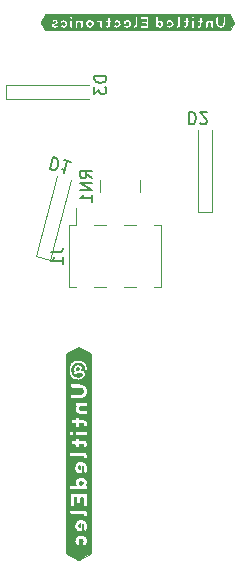
<source format=gbr>
%TF.GenerationSoftware,KiCad,Pcbnew,(5.99.0-9526-g5c17ff0595)*%
%TF.CreationDate,2021-06-06T14:51:47-05:00*%
%TF.ProjectId,BernieMittensNoChair,4265726e-6965-44d6-9974-74656e734e6f,rev?*%
%TF.SameCoordinates,Original*%
%TF.FileFunction,Legend,Bot*%
%TF.FilePolarity,Positive*%
%FSLAX46Y46*%
G04 Gerber Fmt 4.6, Leading zero omitted, Abs format (unit mm)*
G04 Created by KiCad (PCBNEW (5.99.0-9526-g5c17ff0595)) date 2021-06-06 14:51:47*
%MOMM*%
%LPD*%
G01*
G04 APERTURE LIST*
%ADD10C,0.150000*%
%ADD11C,0.010000*%
%ADD12C,0.120000*%
G04 APERTURE END LIST*
D10*
%TO.C,*%
%TO.C,D3*%
X150252380Y-86661904D02*
X149252380Y-86661904D01*
X149252380Y-86900000D01*
X149300000Y-87042857D01*
X149395238Y-87138095D01*
X149490476Y-87185714D01*
X149680952Y-87233333D01*
X149823809Y-87233333D01*
X150014285Y-87185714D01*
X150109523Y-87138095D01*
X150204761Y-87042857D01*
X150252380Y-86900000D01*
X150252380Y-86661904D01*
X149252380Y-87566666D02*
X149252380Y-88185714D01*
X149633333Y-87852380D01*
X149633333Y-87995238D01*
X149680952Y-88090476D01*
X149728571Y-88138095D01*
X149823809Y-88185714D01*
X150061904Y-88185714D01*
X150157142Y-88138095D01*
X150204761Y-88090476D01*
X150252380Y-87995238D01*
X150252380Y-87709523D01*
X150204761Y-87614285D01*
X150157142Y-87566666D01*
%TO.C,RN1*%
X149052380Y-95309523D02*
X148576190Y-94976190D01*
X149052380Y-94738095D02*
X148052380Y-94738095D01*
X148052380Y-95119047D01*
X148100000Y-95214285D01*
X148147619Y-95261904D01*
X148242857Y-95309523D01*
X148385714Y-95309523D01*
X148480952Y-95261904D01*
X148528571Y-95214285D01*
X148576190Y-95119047D01*
X148576190Y-94738095D01*
X149052380Y-95738095D02*
X148052380Y-95738095D01*
X149052380Y-96309523D01*
X148052380Y-96309523D01*
X149052380Y-97309523D02*
X149052380Y-96738095D01*
X149052380Y-97023809D02*
X148052380Y-97023809D01*
X148195238Y-96928571D01*
X148290476Y-96833333D01*
X148338095Y-96738095D01*
%TO.C,J1*%
X145582380Y-101591666D02*
X146296666Y-101591666D01*
X146439523Y-101544047D01*
X146534761Y-101448809D01*
X146582380Y-101305952D01*
X146582380Y-101210714D01*
X146582380Y-102591666D02*
X146582380Y-102020238D01*
X146582380Y-102305952D02*
X145582380Y-102305952D01*
X145725238Y-102210714D01*
X145820476Y-102115476D01*
X145868095Y-102020238D01*
%TO.C,D2*%
X157261904Y-89747619D02*
X157261904Y-90747619D01*
X157500000Y-90747619D01*
X157642857Y-90700000D01*
X157738095Y-90604761D01*
X157785714Y-90509523D01*
X157833333Y-90319047D01*
X157833333Y-90176190D01*
X157785714Y-89985714D01*
X157738095Y-89890476D01*
X157642857Y-89795238D01*
X157500000Y-89747619D01*
X157261904Y-89747619D01*
X158214285Y-90652380D02*
X158261904Y-90700000D01*
X158357142Y-90747619D01*
X158595238Y-90747619D01*
X158690476Y-90700000D01*
X158738095Y-90652380D01*
X158785714Y-90557142D01*
X158785714Y-90461904D01*
X158738095Y-90319047D01*
X158166666Y-89747619D01*
X158785714Y-89747619D01*
%TO.C,D1*%
X145763387Y-93566635D02*
X145504568Y-94532561D01*
X145734550Y-94594184D01*
X145884864Y-94585162D01*
X146001507Y-94517819D01*
X146072153Y-94438150D01*
X146167448Y-94266489D01*
X146204422Y-94128500D01*
X146207725Y-93932189D01*
X146186378Y-93827872D01*
X146119034Y-93711229D01*
X145993369Y-93628259D01*
X145763387Y-93566635D01*
X147235274Y-93961026D02*
X146683316Y-93813129D01*
X146959295Y-93887078D02*
X146700476Y-94853003D01*
X146645457Y-94690365D01*
X146578114Y-94573722D01*
X146498446Y-94503076D01*
D11*
%TO.C,*%
X160440000Y-81420000D02*
X160710000Y-81420000D01*
X160710000Y-81420000D02*
X160750000Y-81470000D01*
X160750000Y-81470000D02*
X161050000Y-82080000D01*
X161050000Y-82080000D02*
X161050000Y-82140000D01*
X161050000Y-82140000D02*
X160740000Y-82740000D01*
X160740000Y-82740000D02*
X160700000Y-82780000D01*
X160700000Y-82780000D02*
X145110000Y-82780000D01*
X145110000Y-82780000D02*
X145060000Y-82750000D01*
X145060000Y-82750000D02*
X144760000Y-82150000D01*
X144760000Y-82150000D02*
X144740000Y-82090000D01*
X144740000Y-82090000D02*
X145040000Y-81480000D01*
X145040000Y-81480000D02*
X145080000Y-81420000D01*
X145080000Y-81420000D02*
X160390000Y-81420000D01*
X160390000Y-81420000D02*
X160300000Y-81620000D01*
X160300000Y-81620000D02*
X160240000Y-81610000D01*
X160240000Y-81610000D02*
X160160000Y-81610000D01*
X160160000Y-81610000D02*
X160110000Y-81650000D01*
X160110000Y-81650000D02*
X160100000Y-81710000D01*
X160100000Y-81710000D02*
X160100000Y-82120000D01*
X160100000Y-82120000D02*
X160090000Y-82190000D01*
X160090000Y-82190000D02*
X160070000Y-82250000D01*
X160070000Y-82250000D02*
X160030000Y-82310000D01*
X160030000Y-82310000D02*
X159980000Y-82340000D01*
X159980000Y-82340000D02*
X159910000Y-82340000D01*
X159910000Y-82340000D02*
X159840000Y-82330000D01*
X159840000Y-82330000D02*
X159790000Y-82290000D01*
X159790000Y-82290000D02*
X159750000Y-82230000D01*
X159750000Y-82230000D02*
X159730000Y-82170000D01*
X159730000Y-82170000D02*
X159720000Y-82100000D01*
X159720000Y-82100000D02*
X159720000Y-81690000D01*
X159720000Y-81690000D02*
X159700000Y-81630000D01*
X159700000Y-81630000D02*
X159700000Y-81620000D01*
X159700000Y-81620000D02*
X159630000Y-81610000D01*
X159630000Y-81610000D02*
X159560000Y-81610000D01*
X159560000Y-81610000D02*
X159510000Y-81640000D01*
X159510000Y-81640000D02*
X159490000Y-81710000D01*
X159490000Y-81710000D02*
X159490000Y-82120000D01*
X159490000Y-82120000D02*
X159290000Y-82010000D01*
X159290000Y-82010000D02*
X159290000Y-81940000D01*
X159290000Y-81940000D02*
X159250000Y-81900000D01*
X159250000Y-81900000D02*
X159170000Y-81890000D01*
X159170000Y-81890000D02*
X159100000Y-81900000D01*
X159100000Y-81900000D02*
X159070000Y-81950000D01*
X159070000Y-81950000D02*
X159030000Y-81940000D01*
X159030000Y-81940000D02*
X158980000Y-81900000D01*
X158980000Y-81900000D02*
X158900000Y-81890000D01*
X158900000Y-81890000D02*
X158830000Y-81900000D01*
X158830000Y-81900000D02*
X158770000Y-81930000D01*
X158770000Y-81930000D02*
X158720000Y-81970000D01*
X158720000Y-81970000D02*
X158670000Y-82020000D01*
X158670000Y-82020000D02*
X158640000Y-82080000D01*
X158640000Y-82080000D02*
X158620000Y-82140000D01*
X158620000Y-82140000D02*
X158420000Y-82090000D01*
X158420000Y-82090000D02*
X158440000Y-82030000D01*
X158440000Y-82030000D02*
X158430000Y-81960000D01*
X158430000Y-81960000D02*
X158400000Y-81910000D01*
X158400000Y-81910000D02*
X158340000Y-81890000D01*
X158340000Y-81890000D02*
X158320000Y-81850000D01*
X158320000Y-81850000D02*
X158320000Y-81720000D01*
X158320000Y-81720000D02*
X158290000Y-81670000D01*
X158290000Y-81670000D02*
X158220000Y-81650000D01*
X158220000Y-81650000D02*
X158140000Y-81660000D01*
X158140000Y-81660000D02*
X158100000Y-81700000D01*
X158100000Y-81700000D02*
X158090000Y-81770000D01*
X158090000Y-81770000D02*
X158090000Y-81840000D01*
X158090000Y-81840000D02*
X158080000Y-81900000D01*
X158080000Y-81900000D02*
X158010000Y-81890000D01*
X158010000Y-81890000D02*
X157950000Y-81900000D01*
X157950000Y-81900000D02*
X157910000Y-81930000D01*
X157910000Y-81930000D02*
X157650000Y-81750000D01*
X157650000Y-81750000D02*
X157660000Y-81680000D01*
X157660000Y-81680000D02*
X157650000Y-81620000D01*
X157650000Y-81620000D02*
X157610000Y-81580000D01*
X157610000Y-81580000D02*
X157530000Y-81570000D01*
X157530000Y-81570000D02*
X157460000Y-81590000D01*
X157460000Y-81590000D02*
X157430000Y-81640000D01*
X157430000Y-81640000D02*
X157430000Y-81710000D01*
X157430000Y-81710000D02*
X157450000Y-81770000D01*
X157450000Y-81770000D02*
X157470000Y-81790000D01*
X157470000Y-81790000D02*
X157530000Y-81790000D01*
X157530000Y-81790000D02*
X157530000Y-81890000D01*
X157530000Y-81890000D02*
X157460000Y-81910000D01*
X157460000Y-81910000D02*
X157440000Y-81960000D01*
X157440000Y-81960000D02*
X157260000Y-81960000D01*
X157260000Y-81960000D02*
X157240000Y-81910000D01*
X157240000Y-81910000D02*
X157180000Y-81890000D01*
X157180000Y-81890000D02*
X157140000Y-81860000D01*
X157140000Y-81860000D02*
X157140000Y-81730000D01*
X157140000Y-81730000D02*
X157120000Y-81670000D01*
X157120000Y-81670000D02*
X157060000Y-81650000D01*
X157060000Y-81650000D02*
X156970000Y-81660000D01*
X156970000Y-81660000D02*
X156930000Y-81700000D01*
X156930000Y-81700000D02*
X156920000Y-81760000D01*
X156920000Y-81760000D02*
X156920000Y-81900000D01*
X156920000Y-81900000D02*
X156850000Y-81890000D01*
X156850000Y-81890000D02*
X156780000Y-81900000D01*
X156780000Y-81900000D02*
X156740000Y-81930000D01*
X156740000Y-81930000D02*
X156720000Y-82000000D01*
X156720000Y-82000000D02*
X156730000Y-82080000D01*
X156730000Y-82080000D02*
X156780000Y-82110000D01*
X156780000Y-82110000D02*
X156890000Y-82120000D01*
X156890000Y-82120000D02*
X156920000Y-82150000D01*
X156920000Y-82150000D02*
X156920000Y-82290000D01*
X156920000Y-82290000D02*
X156910000Y-82350000D01*
X156910000Y-82350000D02*
X156830000Y-82360000D01*
X156830000Y-82360000D02*
X156780000Y-82380000D01*
X156780000Y-82380000D02*
X156760000Y-82440000D01*
X156760000Y-82440000D02*
X156480000Y-82390000D01*
X156480000Y-82390000D02*
X156490000Y-82310000D01*
X156490000Y-82310000D02*
X156490000Y-81700000D01*
X156490000Y-81700000D02*
X156490000Y-81640000D01*
X156490000Y-81640000D02*
X156460000Y-81580000D01*
X156460000Y-81580000D02*
X156400000Y-81560000D01*
X156400000Y-81560000D02*
X156320000Y-81570000D01*
X156320000Y-81570000D02*
X156270000Y-81610000D01*
X156270000Y-81610000D02*
X156260000Y-81670000D01*
X156260000Y-81670000D02*
X156260000Y-82280000D01*
X156260000Y-82280000D02*
X156250000Y-82350000D01*
X156250000Y-82350000D02*
X156180000Y-82360000D01*
X156180000Y-82360000D02*
X156140000Y-82390000D01*
X156140000Y-82390000D02*
X155930000Y-82350000D01*
X155930000Y-82350000D02*
X155950000Y-82280000D01*
X155950000Y-82280000D02*
X155950000Y-82220000D01*
X155950000Y-82220000D02*
X155940000Y-82140000D01*
X155940000Y-82140000D02*
X155930000Y-82080000D01*
X155930000Y-82080000D02*
X155900000Y-82020000D01*
X155900000Y-82020000D02*
X155860000Y-81970000D01*
X155860000Y-81970000D02*
X155810000Y-81930000D01*
X155810000Y-81930000D02*
X155750000Y-81900000D01*
X155750000Y-81900000D02*
X155690000Y-81880000D01*
X155690000Y-81880000D02*
X155620000Y-81860000D01*
X155620000Y-81860000D02*
X155540000Y-81860000D01*
X155540000Y-81860000D02*
X155470000Y-81880000D01*
X155470000Y-81880000D02*
X155410000Y-81900000D01*
X155410000Y-81900000D02*
X155360000Y-81940000D01*
X155360000Y-81940000D02*
X155320000Y-81990000D01*
X155320000Y-81990000D02*
X155290000Y-82050000D01*
X155290000Y-82050000D02*
X155270000Y-82120000D01*
X155270000Y-82120000D02*
X155270000Y-82180000D01*
X155270000Y-82180000D02*
X155060000Y-82230000D01*
X155060000Y-82230000D02*
X155060000Y-82160000D01*
X155060000Y-82160000D02*
X155040000Y-82100000D01*
X155040000Y-82100000D02*
X155010000Y-82040000D01*
X155010000Y-82040000D02*
X154960000Y-81980000D01*
X154960000Y-81980000D02*
X154910000Y-81940000D01*
X154910000Y-81940000D02*
X154850000Y-81910000D01*
X154850000Y-81910000D02*
X154790000Y-81890000D01*
X154790000Y-81890000D02*
X154720000Y-81890000D01*
X154720000Y-81890000D02*
X154650000Y-81910000D01*
X154650000Y-81910000D02*
X154600000Y-81960000D01*
X154600000Y-81960000D02*
X154600000Y-81690000D01*
X154600000Y-81690000D02*
X154600000Y-81620000D01*
X154600000Y-81620000D02*
X154540000Y-81570000D01*
X154540000Y-81570000D02*
X154460000Y-81570000D01*
X154460000Y-81570000D02*
X154400000Y-81590000D01*
X154400000Y-81590000D02*
X154380000Y-81650000D01*
X154380000Y-81650000D02*
X154380000Y-82460000D01*
X154380000Y-82460000D02*
X153820000Y-82490000D01*
X153820000Y-82490000D02*
X153820000Y-82410000D01*
X153820000Y-82410000D02*
X153820000Y-81740000D01*
X153820000Y-81740000D02*
X153810000Y-81660000D01*
X153810000Y-81660000D02*
X153780000Y-81630000D01*
X153780000Y-81630000D02*
X153700000Y-81620000D01*
X153700000Y-81620000D02*
X153230000Y-81620000D01*
X153230000Y-81620000D02*
X153160000Y-81620000D01*
X153160000Y-81620000D02*
X153100000Y-81640000D01*
X153100000Y-81640000D02*
X153080000Y-81700000D01*
X153080000Y-81700000D02*
X152880000Y-81690000D01*
X152880000Y-81690000D02*
X152880000Y-81630000D01*
X152880000Y-81630000D02*
X152850000Y-81580000D01*
X152850000Y-81580000D02*
X152790000Y-81560000D01*
X152790000Y-81560000D02*
X152700000Y-81570000D01*
X152700000Y-81570000D02*
X152660000Y-81610000D01*
X152660000Y-81610000D02*
X152650000Y-81670000D01*
X152650000Y-81670000D02*
X152650000Y-82290000D01*
X152650000Y-82290000D02*
X152640000Y-82350000D01*
X152640000Y-82350000D02*
X152570000Y-82360000D01*
X152570000Y-82360000D02*
X152530000Y-82390000D01*
X152530000Y-82390000D02*
X152320000Y-82340000D01*
X152320000Y-82340000D02*
X152340000Y-82280000D01*
X152340000Y-82280000D02*
X152340000Y-82210000D01*
X152340000Y-82210000D02*
X152330000Y-82140000D01*
X152330000Y-82140000D02*
X152320000Y-82080000D01*
X152320000Y-82080000D02*
X152290000Y-82020000D01*
X152290000Y-82020000D02*
X152240000Y-81970000D01*
X152240000Y-81970000D02*
X152190000Y-81930000D01*
X152190000Y-81930000D02*
X152140000Y-81900000D01*
X152140000Y-81900000D02*
X152070000Y-81870000D01*
X152070000Y-81870000D02*
X152000000Y-81860000D01*
X152000000Y-81860000D02*
X151930000Y-81860000D01*
X151930000Y-81860000D02*
X151860000Y-81880000D01*
X151860000Y-81880000D02*
X151800000Y-81900000D01*
X151800000Y-81900000D02*
X151750000Y-81940000D01*
X151750000Y-81940000D02*
X151700000Y-81990000D01*
X151700000Y-81990000D02*
X151680000Y-82050000D01*
X151680000Y-82050000D02*
X151660000Y-82120000D01*
X151660000Y-82120000D02*
X151660000Y-82190000D01*
X151660000Y-82190000D02*
X151460000Y-82200000D01*
X151460000Y-82200000D02*
X151450000Y-82140000D01*
X151450000Y-82140000D02*
X151430000Y-82070000D01*
X151430000Y-82070000D02*
X151390000Y-82010000D01*
X151390000Y-82010000D02*
X151350000Y-81960000D01*
X151350000Y-81960000D02*
X151290000Y-81920000D01*
X151290000Y-81920000D02*
X151230000Y-81900000D01*
X151230000Y-81900000D02*
X151160000Y-81880000D01*
X151160000Y-81880000D02*
X151100000Y-81880000D01*
X151100000Y-81880000D02*
X151030000Y-81890000D01*
X151030000Y-81890000D02*
X150960000Y-81910000D01*
X150960000Y-81910000D02*
X150900000Y-81940000D01*
X150900000Y-81940000D02*
X150860000Y-81990000D01*
X150860000Y-81990000D02*
X150660000Y-81960000D01*
X150660000Y-81960000D02*
X150640000Y-81910000D01*
X150640000Y-81910000D02*
X150580000Y-81890000D01*
X150580000Y-81890000D02*
X150550000Y-81860000D01*
X150550000Y-81860000D02*
X150550000Y-81720000D01*
X150550000Y-81720000D02*
X150520000Y-81670000D01*
X150520000Y-81670000D02*
X150460000Y-81650000D01*
X150460000Y-81650000D02*
X150370000Y-81660000D01*
X150370000Y-81660000D02*
X150330000Y-81700000D01*
X150330000Y-81700000D02*
X150320000Y-81760000D01*
X150320000Y-81760000D02*
X150320000Y-81830000D01*
X150320000Y-81830000D02*
X150320000Y-81900000D01*
X150320000Y-81900000D02*
X150250000Y-81890000D01*
X150250000Y-81890000D02*
X150190000Y-81900000D01*
X150190000Y-81900000D02*
X150140000Y-81930000D01*
X150140000Y-81930000D02*
X150130000Y-82000000D01*
X150130000Y-82000000D02*
X149890000Y-81980000D01*
X149890000Y-81980000D02*
X149880000Y-81920000D01*
X149880000Y-81920000D02*
X149830000Y-81900000D01*
X149830000Y-81900000D02*
X149740000Y-81890000D01*
X149740000Y-81890000D02*
X149680000Y-81910000D01*
X149680000Y-81910000D02*
X149660000Y-81960000D01*
X149660000Y-81960000D02*
X149620000Y-81920000D01*
X149620000Y-81920000D02*
X149550000Y-81890000D01*
X149550000Y-81890000D02*
X149480000Y-81890000D01*
X149480000Y-81890000D02*
X149420000Y-81900000D01*
X149420000Y-81900000D02*
X149380000Y-81930000D01*
X149380000Y-81930000D02*
X149370000Y-82000000D01*
X149370000Y-82000000D02*
X149390000Y-82060000D01*
X149390000Y-82060000D02*
X149180000Y-82090000D01*
X149180000Y-82090000D02*
X149150000Y-82020000D01*
X149150000Y-82020000D02*
X149040000Y-81930000D01*
X149040000Y-81930000D02*
X148980000Y-81900000D01*
X148980000Y-81900000D02*
X148920000Y-81880000D01*
X148920000Y-81880000D02*
X148860000Y-81860000D01*
X148860000Y-81860000D02*
X148790000Y-81860000D01*
X148790000Y-81860000D02*
X148720000Y-81880000D01*
X148720000Y-81880000D02*
X148660000Y-81900000D01*
X148660000Y-81900000D02*
X148600000Y-81940000D01*
X148600000Y-81940000D02*
X148550000Y-81990000D01*
X148550000Y-81990000D02*
X148520000Y-82040000D01*
X148520000Y-82040000D02*
X148250000Y-81950000D01*
X148250000Y-81950000D02*
X148220000Y-81910000D01*
X148220000Y-81910000D02*
X148150000Y-81890000D01*
X148150000Y-81890000D02*
X148070000Y-81900000D01*
X148070000Y-81900000D02*
X148030000Y-81930000D01*
X148030000Y-81930000D02*
X148000000Y-81950000D01*
X148000000Y-81950000D02*
X147950000Y-81910000D01*
X147950000Y-81910000D02*
X147890000Y-81890000D01*
X147890000Y-81890000D02*
X147800000Y-81900000D01*
X147800000Y-81900000D02*
X147740000Y-81920000D01*
X147740000Y-81920000D02*
X147690000Y-81960000D01*
X147690000Y-81960000D02*
X147640000Y-82010000D01*
X147640000Y-82010000D02*
X147360000Y-81740000D01*
X147360000Y-81740000D02*
X147360000Y-81670000D01*
X147360000Y-81670000D02*
X147350000Y-81610000D01*
X147350000Y-81610000D02*
X147310000Y-81580000D01*
X147310000Y-81580000D02*
X147220000Y-81570000D01*
X147220000Y-81570000D02*
X147160000Y-81590000D01*
X147160000Y-81590000D02*
X147140000Y-81650000D01*
X147140000Y-81650000D02*
X147140000Y-81720000D01*
X147140000Y-81720000D02*
X147160000Y-81780000D01*
X147160000Y-81780000D02*
X147180000Y-81790000D01*
X147180000Y-81790000D02*
X147250000Y-81800000D01*
X147250000Y-81800000D02*
X147220000Y-81890000D01*
X147220000Y-81890000D02*
X147160000Y-81910000D01*
X147160000Y-81910000D02*
X147140000Y-81970000D01*
X147140000Y-81970000D02*
X146910000Y-82050000D01*
X146910000Y-82050000D02*
X146870000Y-81990000D01*
X146870000Y-81990000D02*
X146820000Y-81950000D01*
X146820000Y-81950000D02*
X146760000Y-81910000D01*
X146760000Y-81910000D02*
X146700000Y-81890000D01*
X146700000Y-81890000D02*
X146640000Y-81880000D01*
X146640000Y-81880000D02*
X146570000Y-81880000D01*
X146570000Y-81880000D02*
X146500000Y-81890000D01*
X146500000Y-81890000D02*
X146440000Y-81920000D01*
X146440000Y-81920000D02*
X146380000Y-81960000D01*
X146380000Y-81960000D02*
X146350000Y-82010000D01*
X146350000Y-82010000D02*
X146370000Y-82070000D01*
X146370000Y-82070000D02*
X146420000Y-82140000D01*
X146420000Y-82140000D02*
X146470000Y-82160000D01*
X146470000Y-82160000D02*
X146530000Y-82130000D01*
X146530000Y-82130000D02*
X146590000Y-82110000D01*
X146590000Y-82110000D02*
X146660000Y-82120000D01*
X146660000Y-82120000D02*
X146710000Y-82160000D01*
X146710000Y-82160000D02*
X146730000Y-82230000D01*
X146730000Y-82230000D02*
X146700000Y-82300000D01*
X146700000Y-82300000D02*
X146640000Y-82340000D01*
X146640000Y-82340000D02*
X146580000Y-82340000D01*
X146580000Y-82340000D02*
X146510000Y-82300000D01*
X146510000Y-82300000D02*
X146460000Y-82290000D01*
X146460000Y-82290000D02*
X146410000Y-82330000D01*
X146410000Y-82330000D02*
X146360000Y-82390000D01*
X146360000Y-82390000D02*
X146360000Y-82450000D01*
X146360000Y-82450000D02*
X146150000Y-82440000D01*
X146150000Y-82440000D02*
X146130000Y-82390000D01*
X146130000Y-82390000D02*
X146080000Y-82330000D01*
X146080000Y-82330000D02*
X146020000Y-82330000D01*
X146020000Y-82330000D02*
X145950000Y-82370000D01*
X145950000Y-82370000D02*
X145890000Y-82390000D01*
X145890000Y-82390000D02*
X145810000Y-82380000D01*
X145810000Y-82380000D02*
X145800000Y-82350000D01*
X145800000Y-82350000D02*
X145860000Y-82330000D01*
X145860000Y-82330000D02*
X145930000Y-82310000D01*
X145930000Y-82310000D02*
X146000000Y-82290000D01*
X146000000Y-82290000D02*
X146050000Y-82250000D01*
X146050000Y-82250000D02*
X146100000Y-82200000D01*
X146100000Y-82200000D02*
X146120000Y-82140000D01*
X146120000Y-82140000D02*
X146130000Y-82070000D01*
X146130000Y-82070000D02*
X146120000Y-82000000D01*
X146120000Y-82000000D02*
X146100000Y-81950000D01*
X146100000Y-81950000D02*
X146060000Y-81910000D01*
X146060000Y-81910000D02*
X146000000Y-81880000D01*
X146000000Y-81880000D02*
X145920000Y-81870000D01*
X145920000Y-81870000D02*
X145840000Y-81860000D01*
X145840000Y-81860000D02*
X145770000Y-81870000D01*
X145770000Y-81870000D02*
X145710000Y-81880000D01*
X145710000Y-81880000D02*
X145640000Y-81910000D01*
X145640000Y-81910000D02*
X145610000Y-81960000D01*
X145610000Y-81960000D02*
X145630000Y-82030000D01*
X145630000Y-82030000D02*
X145680000Y-82080000D01*
X145680000Y-82080000D02*
X145740000Y-82070000D01*
X145740000Y-82070000D02*
X145810000Y-82040000D01*
X145810000Y-82040000D02*
X145890000Y-82040000D01*
X145890000Y-82040000D02*
X145930000Y-82070000D01*
X145930000Y-82070000D02*
X145890000Y-82110000D01*
X145890000Y-82110000D02*
X145740000Y-82140000D01*
X145740000Y-82140000D02*
X145680000Y-82160000D01*
X145680000Y-82160000D02*
X145630000Y-82200000D01*
X145630000Y-82200000D02*
X145590000Y-82260000D01*
X145590000Y-82260000D02*
X145580000Y-82330000D01*
X145580000Y-82330000D02*
X145590000Y-82400000D01*
X145590000Y-82400000D02*
X145610000Y-82460000D01*
X145610000Y-82460000D02*
X145650000Y-82510000D01*
X145650000Y-82510000D02*
X145700000Y-82540000D01*
X145700000Y-82540000D02*
X145760000Y-82560000D01*
X145760000Y-82560000D02*
X145830000Y-82570000D01*
X145830000Y-82570000D02*
X145900000Y-82570000D01*
X145900000Y-82570000D02*
X145970000Y-82570000D01*
X145970000Y-82570000D02*
X146030000Y-82550000D01*
X146030000Y-82550000D02*
X146100000Y-82520000D01*
X146100000Y-82520000D02*
X146130000Y-82500000D01*
X146130000Y-82500000D02*
X146150000Y-82440000D01*
X146150000Y-82440000D02*
X146360000Y-82450000D01*
X146360000Y-82450000D02*
X146400000Y-82500000D01*
X146400000Y-82500000D02*
X146460000Y-82540000D01*
X146460000Y-82540000D02*
X146520000Y-82560000D01*
X146520000Y-82560000D02*
X146590000Y-82570000D01*
X146590000Y-82570000D02*
X146660000Y-82570000D01*
X146660000Y-82570000D02*
X146720000Y-82550000D01*
X146720000Y-82550000D02*
X146780000Y-82520000D01*
X146780000Y-82520000D02*
X146840000Y-82480000D01*
X146840000Y-82480000D02*
X146880000Y-82440000D01*
X146880000Y-82440000D02*
X146920000Y-82380000D01*
X146920000Y-82380000D02*
X146940000Y-82310000D01*
X146940000Y-82310000D02*
X146960000Y-82250000D01*
X146960000Y-82250000D02*
X146950000Y-82180000D01*
X146950000Y-82180000D02*
X146940000Y-82110000D01*
X146940000Y-82110000D02*
X146910000Y-82050000D01*
X146910000Y-82050000D02*
X147140000Y-81970000D01*
X147140000Y-81970000D02*
X147140000Y-82510000D01*
X147140000Y-82510000D02*
X147170000Y-82560000D01*
X147170000Y-82560000D02*
X147240000Y-82570000D01*
X147240000Y-82570000D02*
X147320000Y-82560000D01*
X147320000Y-82560000D02*
X147360000Y-82520000D01*
X147360000Y-82520000D02*
X147360000Y-82460000D01*
X147360000Y-82460000D02*
X147360000Y-82050000D01*
X147360000Y-82050000D02*
X147360000Y-81990000D01*
X147360000Y-81990000D02*
X147350000Y-81930000D01*
X147350000Y-81930000D02*
X147310000Y-81900000D01*
X147310000Y-81900000D02*
X147230000Y-81890000D01*
X147230000Y-81890000D02*
X147250000Y-81800000D01*
X147250000Y-81800000D02*
X147320000Y-81790000D01*
X147320000Y-81790000D02*
X147360000Y-81740000D01*
X147360000Y-81740000D02*
X147640000Y-82010000D01*
X147640000Y-82010000D02*
X147600000Y-82060000D01*
X147600000Y-82060000D02*
X147580000Y-82120000D01*
X147580000Y-82120000D02*
X147570000Y-82190000D01*
X147570000Y-82190000D02*
X147570000Y-82260000D01*
X147570000Y-82260000D02*
X147570000Y-82470000D01*
X147570000Y-82470000D02*
X147580000Y-82530000D01*
X147580000Y-82530000D02*
X147620000Y-82570000D01*
X147620000Y-82570000D02*
X147700000Y-82570000D01*
X147700000Y-82570000D02*
X147770000Y-82550000D01*
X147770000Y-82550000D02*
X147790000Y-82510000D01*
X147790000Y-82510000D02*
X147800000Y-82440000D01*
X147800000Y-82440000D02*
X147800000Y-82230000D01*
X147800000Y-82230000D02*
X147810000Y-82170000D01*
X147810000Y-82170000D02*
X147860000Y-82120000D01*
X147860000Y-82120000D02*
X147930000Y-82110000D01*
X147930000Y-82110000D02*
X147990000Y-82140000D01*
X147990000Y-82140000D02*
X148020000Y-82200000D01*
X148020000Y-82200000D02*
X148030000Y-82260000D01*
X148030000Y-82260000D02*
X148030000Y-82470000D01*
X148030000Y-82470000D02*
X148040000Y-82530000D01*
X148040000Y-82530000D02*
X148080000Y-82570000D01*
X148080000Y-82570000D02*
X148160000Y-82570000D01*
X148160000Y-82570000D02*
X148230000Y-82550000D01*
X148230000Y-82550000D02*
X148250000Y-82500000D01*
X148250000Y-82500000D02*
X148250000Y-81960000D01*
X148250000Y-81960000D02*
X148520000Y-82040000D01*
X148520000Y-82040000D02*
X148490000Y-82100000D01*
X148490000Y-82100000D02*
X148480000Y-82170000D01*
X148480000Y-82170000D02*
X148470000Y-82240000D01*
X148470000Y-82240000D02*
X148480000Y-82310000D01*
X148480000Y-82310000D02*
X148510000Y-82370000D01*
X148510000Y-82370000D02*
X148540000Y-82430000D01*
X148540000Y-82430000D02*
X148590000Y-82480000D01*
X148590000Y-82480000D02*
X148640000Y-82520000D01*
X148640000Y-82520000D02*
X148700000Y-82550000D01*
X148700000Y-82550000D02*
X148770000Y-82570000D01*
X148770000Y-82570000D02*
X148830000Y-82570000D01*
X148830000Y-82570000D02*
X148900000Y-82570000D01*
X148900000Y-82570000D02*
X148960000Y-82550000D01*
X148960000Y-82550000D02*
X149020000Y-82510000D01*
X149020000Y-82510000D02*
X149070000Y-82470000D01*
X149070000Y-82470000D02*
X149120000Y-82420000D01*
X149120000Y-82420000D02*
X149150000Y-82360000D01*
X149150000Y-82360000D02*
X149180000Y-82300000D01*
X149180000Y-82300000D02*
X149180000Y-82230000D01*
X149180000Y-82230000D02*
X149180000Y-82100000D01*
X149180000Y-82100000D02*
X149390000Y-82060000D01*
X149390000Y-82060000D02*
X149430000Y-82120000D01*
X149430000Y-82120000D02*
X149490000Y-82120000D01*
X149490000Y-82120000D02*
X149550000Y-82100000D01*
X149550000Y-82100000D02*
X149620000Y-82120000D01*
X149620000Y-82120000D02*
X149660000Y-82170000D01*
X149660000Y-82170000D02*
X149670000Y-82230000D01*
X149670000Y-82230000D02*
X149670000Y-82510000D01*
X149670000Y-82510000D02*
X149690000Y-82560000D01*
X149690000Y-82560000D02*
X149760000Y-82570000D01*
X149760000Y-82570000D02*
X149840000Y-82570000D01*
X149840000Y-82570000D02*
X149880000Y-82530000D01*
X149880000Y-82530000D02*
X149890000Y-82460000D01*
X149890000Y-82460000D02*
X149890000Y-81980000D01*
X149890000Y-81980000D02*
X150130000Y-82000000D01*
X150130000Y-82000000D02*
X150140000Y-82080000D01*
X150140000Y-82080000D02*
X150180000Y-82110000D01*
X150180000Y-82110000D02*
X150290000Y-82120000D01*
X150290000Y-82120000D02*
X150320000Y-82150000D01*
X150320000Y-82150000D02*
X150320000Y-82290000D01*
X150320000Y-82290000D02*
X150310000Y-82350000D01*
X150310000Y-82350000D02*
X150240000Y-82360000D01*
X150240000Y-82360000D02*
X150180000Y-82380000D01*
X150180000Y-82380000D02*
X150160000Y-82440000D01*
X150160000Y-82440000D02*
X150170000Y-82520000D01*
X150170000Y-82520000D02*
X150210000Y-82560000D01*
X150210000Y-82560000D02*
X150270000Y-82570000D01*
X150270000Y-82570000D02*
X150350000Y-82570000D01*
X150350000Y-82570000D02*
X150420000Y-82550000D01*
X150420000Y-82550000D02*
X150470000Y-82520000D01*
X150470000Y-82520000D02*
X150510000Y-82480000D01*
X150510000Y-82480000D02*
X150530000Y-82430000D01*
X150530000Y-82430000D02*
X150540000Y-82350000D01*
X150540000Y-82350000D02*
X150550000Y-82280000D01*
X150550000Y-82280000D02*
X150550000Y-82140000D01*
X150550000Y-82140000D02*
X150590000Y-82120000D01*
X150590000Y-82120000D02*
X150650000Y-82100000D01*
X150650000Y-82100000D02*
X150670000Y-82040000D01*
X150670000Y-82040000D02*
X150670000Y-81960000D01*
X150670000Y-81960000D02*
X150860000Y-81990000D01*
X150860000Y-81990000D02*
X150870000Y-82050000D01*
X150870000Y-82050000D02*
X150910000Y-82120000D01*
X150910000Y-82120000D02*
X150960000Y-82160000D01*
X150960000Y-82160000D02*
X151010000Y-82150000D01*
X151010000Y-82150000D02*
X151070000Y-82110000D01*
X151070000Y-82110000D02*
X151140000Y-82110000D01*
X151140000Y-82110000D02*
X151200000Y-82140000D01*
X151200000Y-82140000D02*
X151230000Y-82200000D01*
X151230000Y-82200000D02*
X151230000Y-82270000D01*
X151230000Y-82270000D02*
X151220000Y-82290000D01*
X151220000Y-82290000D02*
X151170000Y-82330000D01*
X151170000Y-82330000D02*
X151110000Y-82340000D01*
X151110000Y-82340000D02*
X151040000Y-82320000D01*
X151040000Y-82320000D02*
X150980000Y-82290000D01*
X150980000Y-82290000D02*
X150930000Y-82310000D01*
X150930000Y-82310000D02*
X150880000Y-82370000D01*
X150880000Y-82370000D02*
X150860000Y-82430000D01*
X150860000Y-82430000D02*
X150880000Y-82490000D01*
X150880000Y-82490000D02*
X150940000Y-82530000D01*
X150940000Y-82530000D02*
X151000000Y-82560000D01*
X151000000Y-82560000D02*
X151070000Y-82570000D01*
X151070000Y-82570000D02*
X151140000Y-82570000D01*
X151140000Y-82570000D02*
X151200000Y-82560000D01*
X151200000Y-82560000D02*
X151260000Y-82540000D01*
X151260000Y-82540000D02*
X151320000Y-82500000D01*
X151320000Y-82500000D02*
X151370000Y-82450000D01*
X151370000Y-82450000D02*
X151410000Y-82400000D01*
X151410000Y-82400000D02*
X151440000Y-82340000D01*
X151440000Y-82340000D02*
X151460000Y-82270000D01*
X151460000Y-82270000D02*
X151460000Y-82200000D01*
X151460000Y-82200000D02*
X151660000Y-82190000D01*
X151660000Y-82190000D02*
X151700000Y-82250000D01*
X151700000Y-82250000D02*
X151760000Y-82290000D01*
X151760000Y-82290000D02*
X151830000Y-82290000D01*
X151830000Y-82290000D02*
X152030000Y-82290000D01*
X152030000Y-82290000D02*
X152100000Y-82290000D01*
X152100000Y-82290000D02*
X152060000Y-82350000D01*
X152060000Y-82350000D02*
X152000000Y-82370000D01*
X152000000Y-82370000D02*
X151930000Y-82380000D01*
X151930000Y-82380000D02*
X151860000Y-82370000D01*
X151860000Y-82370000D02*
X151800000Y-82350000D01*
X151800000Y-82350000D02*
X151750000Y-82360000D01*
X151750000Y-82360000D02*
X151700000Y-82430000D01*
X151700000Y-82430000D02*
X151700000Y-82480000D01*
X151700000Y-82480000D02*
X151720000Y-82520000D01*
X151720000Y-82520000D02*
X151770000Y-82550000D01*
X151770000Y-82550000D02*
X151840000Y-82560000D01*
X151840000Y-82560000D02*
X151930000Y-82570000D01*
X151930000Y-82570000D02*
X152020000Y-82570000D01*
X152020000Y-82570000D02*
X152080000Y-82560000D01*
X152080000Y-82560000D02*
X152150000Y-82540000D01*
X152150000Y-82540000D02*
X152210000Y-82510000D01*
X152210000Y-82510000D02*
X152260000Y-82470000D01*
X152260000Y-82470000D02*
X152290000Y-82410000D01*
X152290000Y-82410000D02*
X152320000Y-82350000D01*
X152320000Y-82350000D02*
X152530000Y-82400000D01*
X152530000Y-82400000D02*
X152520000Y-82480000D01*
X152520000Y-82480000D02*
X152540000Y-82550000D01*
X152540000Y-82550000D02*
X152580000Y-82570000D01*
X152580000Y-82570000D02*
X152640000Y-82570000D01*
X152640000Y-82570000D02*
X152730000Y-82560000D01*
X152730000Y-82560000D02*
X152800000Y-82540000D01*
X152800000Y-82540000D02*
X152840000Y-82500000D01*
X152840000Y-82500000D02*
X152860000Y-82450000D01*
X152860000Y-82450000D02*
X152870000Y-82390000D01*
X152870000Y-82390000D02*
X152880000Y-82300000D01*
X152880000Y-82300000D02*
X152880000Y-81690000D01*
X152880000Y-81690000D02*
X153080000Y-81700000D01*
X153080000Y-81700000D02*
X153090000Y-81790000D01*
X153090000Y-81790000D02*
X153120000Y-81840000D01*
X153120000Y-81840000D02*
X153180000Y-81850000D01*
X153180000Y-81850000D02*
X153590000Y-81850000D01*
X153590000Y-81850000D02*
X153590000Y-81910000D01*
X153590000Y-81910000D02*
X153590000Y-81980000D01*
X153590000Y-81980000D02*
X153540000Y-81980000D01*
X153540000Y-81980000D02*
X153330000Y-81980000D01*
X153330000Y-81980000D02*
X153270000Y-81990000D01*
X153270000Y-81990000D02*
X153230000Y-82030000D01*
X153230000Y-82030000D02*
X153220000Y-82120000D01*
X153220000Y-82120000D02*
X153240000Y-82180000D01*
X153240000Y-82180000D02*
X153290000Y-82210000D01*
X153290000Y-82210000D02*
X153370000Y-82220000D01*
X153370000Y-82220000D02*
X153570000Y-82220000D01*
X153570000Y-82220000D02*
X153590000Y-82260000D01*
X153590000Y-82260000D02*
X153590000Y-82330000D01*
X153590000Y-82330000D02*
X153540000Y-82340000D01*
X153540000Y-82340000D02*
X153200000Y-82340000D01*
X153200000Y-82340000D02*
X153140000Y-82350000D01*
X153140000Y-82350000D02*
X153090000Y-82380000D01*
X153090000Y-82380000D02*
X153080000Y-82460000D01*
X153080000Y-82460000D02*
X153090000Y-82540000D01*
X153090000Y-82540000D02*
X153140000Y-82570000D01*
X153140000Y-82570000D02*
X153200000Y-82570000D01*
X153200000Y-82570000D02*
X153680000Y-82570000D01*
X153680000Y-82570000D02*
X153760000Y-82570000D01*
X153760000Y-82570000D02*
X153810000Y-82540000D01*
X153810000Y-82540000D02*
X153820000Y-82490000D01*
X153820000Y-82490000D02*
X154380000Y-82470000D01*
X154380000Y-82470000D02*
X154390000Y-82530000D01*
X154390000Y-82530000D02*
X154430000Y-82560000D01*
X154430000Y-82560000D02*
X154510000Y-82570000D01*
X154510000Y-82570000D02*
X154580000Y-82560000D01*
X154580000Y-82560000D02*
X154610000Y-82510000D01*
X154610000Y-82510000D02*
X154660000Y-82550000D01*
X154660000Y-82550000D02*
X154720000Y-82570000D01*
X154720000Y-82570000D02*
X154790000Y-82570000D01*
X154790000Y-82570000D02*
X154850000Y-82560000D01*
X154850000Y-82560000D02*
X154910000Y-82520000D01*
X154910000Y-82520000D02*
X154960000Y-82480000D01*
X154960000Y-82480000D02*
X155010000Y-82420000D01*
X155010000Y-82420000D02*
X155040000Y-82360000D01*
X155040000Y-82360000D02*
X155060000Y-82300000D01*
X155060000Y-82300000D02*
X155060000Y-82230000D01*
X155060000Y-82230000D02*
X155270000Y-82190000D01*
X155270000Y-82190000D02*
X155310000Y-82250000D01*
X155310000Y-82250000D02*
X155370000Y-82290000D01*
X155370000Y-82290000D02*
X155440000Y-82290000D01*
X155440000Y-82290000D02*
X155710000Y-82290000D01*
X155710000Y-82290000D02*
X155680000Y-82350000D01*
X155680000Y-82350000D02*
X155610000Y-82370000D01*
X155610000Y-82370000D02*
X155540000Y-82380000D01*
X155540000Y-82380000D02*
X155480000Y-82370000D01*
X155480000Y-82370000D02*
X155410000Y-82350000D01*
X155410000Y-82350000D02*
X155360000Y-82360000D01*
X155360000Y-82360000D02*
X155320000Y-82420000D01*
X155320000Y-82420000D02*
X155310000Y-82480000D01*
X155310000Y-82480000D02*
X155330000Y-82520000D01*
X155330000Y-82520000D02*
X155370000Y-82540000D01*
X155370000Y-82540000D02*
X155440000Y-82560000D01*
X155440000Y-82560000D02*
X155530000Y-82570000D01*
X155530000Y-82570000D02*
X155620000Y-82570000D01*
X155620000Y-82570000D02*
X155690000Y-82560000D01*
X155690000Y-82560000D02*
X155750000Y-82540000D01*
X155750000Y-82540000D02*
X155820000Y-82510000D01*
X155820000Y-82510000D02*
X155860000Y-82470000D01*
X155860000Y-82470000D02*
X155900000Y-82410000D01*
X155900000Y-82410000D02*
X155930000Y-82350000D01*
X155930000Y-82350000D02*
X156140000Y-82390000D01*
X156140000Y-82390000D02*
X156130000Y-82480000D01*
X156130000Y-82480000D02*
X156150000Y-82540000D01*
X156150000Y-82540000D02*
X156180000Y-82570000D01*
X156180000Y-82570000D02*
X156250000Y-82570000D01*
X156250000Y-82570000D02*
X156340000Y-82560000D01*
X156340000Y-82560000D02*
X156410000Y-82540000D01*
X156410000Y-82540000D02*
X156450000Y-82500000D01*
X156450000Y-82500000D02*
X156470000Y-82450000D01*
X156470000Y-82450000D02*
X156480000Y-82390000D01*
X156480000Y-82390000D02*
X156760000Y-82440000D01*
X156760000Y-82440000D02*
X156770000Y-82520000D01*
X156770000Y-82520000D02*
X156800000Y-82560000D01*
X156800000Y-82560000D02*
X156870000Y-82570000D01*
X156870000Y-82570000D02*
X156940000Y-82570000D01*
X156940000Y-82570000D02*
X157010000Y-82550000D01*
X157010000Y-82550000D02*
X157060000Y-82520000D01*
X157060000Y-82520000D02*
X157100000Y-82480000D01*
X157100000Y-82480000D02*
X157130000Y-82430000D01*
X157130000Y-82430000D02*
X157140000Y-82360000D01*
X157140000Y-82360000D02*
X157140000Y-82280000D01*
X157140000Y-82280000D02*
X157140000Y-82140000D01*
X157140000Y-82140000D02*
X157180000Y-82120000D01*
X157180000Y-82120000D02*
X157240000Y-82100000D01*
X157240000Y-82100000D02*
X157260000Y-82040000D01*
X157260000Y-82040000D02*
X157260000Y-81970000D01*
X157260000Y-81970000D02*
X157440000Y-81960000D01*
X157440000Y-81960000D02*
X157430000Y-82500000D01*
X157430000Y-82500000D02*
X157460000Y-82550000D01*
X157460000Y-82550000D02*
X157520000Y-82570000D01*
X157520000Y-82570000D02*
X157610000Y-82570000D01*
X157610000Y-82570000D02*
X157650000Y-82530000D01*
X157650000Y-82530000D02*
X157660000Y-82470000D01*
X157660000Y-82470000D02*
X157660000Y-82060000D01*
X157660000Y-82060000D02*
X157660000Y-82000000D01*
X157660000Y-82000000D02*
X157650000Y-81940000D01*
X157650000Y-81940000D02*
X157610000Y-81900000D01*
X157610000Y-81900000D02*
X157530000Y-81890000D01*
X157530000Y-81890000D02*
X157540000Y-81790000D01*
X157540000Y-81790000D02*
X157610000Y-81790000D01*
X157610000Y-81790000D02*
X157650000Y-81750000D01*
X157650000Y-81750000D02*
X157910000Y-81930000D01*
X157910000Y-81930000D02*
X157900000Y-82010000D01*
X157900000Y-82010000D02*
X157910000Y-82090000D01*
X157910000Y-82090000D02*
X157960000Y-82120000D01*
X157960000Y-82120000D02*
X158070000Y-82120000D01*
X158070000Y-82120000D02*
X158090000Y-82160000D01*
X158090000Y-82160000D02*
X158090000Y-82290000D01*
X158090000Y-82290000D02*
X158070000Y-82350000D01*
X158070000Y-82350000D02*
X158000000Y-82360000D01*
X158000000Y-82360000D02*
X157950000Y-82380000D01*
X157950000Y-82380000D02*
X157930000Y-82450000D01*
X157930000Y-82450000D02*
X157940000Y-82530000D01*
X157940000Y-82530000D02*
X157980000Y-82570000D01*
X157980000Y-82570000D02*
X158050000Y-82570000D01*
X158050000Y-82570000D02*
X158130000Y-82570000D01*
X158130000Y-82570000D02*
X158190000Y-82550000D01*
X158190000Y-82550000D02*
X158240000Y-82520000D01*
X158240000Y-82520000D02*
X158280000Y-82480000D01*
X158280000Y-82480000D02*
X158300000Y-82420000D01*
X158300000Y-82420000D02*
X158310000Y-82350000D01*
X158310000Y-82350000D02*
X158320000Y-82130000D01*
X158320000Y-82130000D02*
X158360000Y-82120000D01*
X158360000Y-82120000D02*
X158420000Y-82100000D01*
X158420000Y-82100000D02*
X158620000Y-82140000D01*
X158620000Y-82140000D02*
X158610000Y-82210000D01*
X158610000Y-82210000D02*
X158610000Y-82480000D01*
X158610000Y-82480000D02*
X158620000Y-82540000D01*
X158620000Y-82540000D02*
X158670000Y-82570000D01*
X158670000Y-82570000D02*
X158760000Y-82570000D01*
X158760000Y-82570000D02*
X158820000Y-82550000D01*
X158820000Y-82550000D02*
X158840000Y-82490000D01*
X158840000Y-82490000D02*
X158840000Y-82220000D01*
X158840000Y-82220000D02*
X158860000Y-82150000D01*
X158860000Y-82150000D02*
X158910000Y-82120000D01*
X158910000Y-82120000D02*
X158980000Y-82120000D01*
X158980000Y-82120000D02*
X159040000Y-82150000D01*
X159040000Y-82150000D02*
X159070000Y-82210000D01*
X159070000Y-82210000D02*
X159070000Y-82490000D01*
X159070000Y-82490000D02*
X159080000Y-82540000D01*
X159080000Y-82540000D02*
X159130000Y-82570000D01*
X159130000Y-82570000D02*
X159220000Y-82570000D01*
X159220000Y-82570000D02*
X159270000Y-82540000D01*
X159270000Y-82540000D02*
X159290000Y-82490000D01*
X159290000Y-82490000D02*
X159290000Y-82010000D01*
X159290000Y-82010000D02*
X159490000Y-82120000D01*
X159490000Y-82120000D02*
X159500000Y-82190000D01*
X159500000Y-82190000D02*
X159510000Y-82250000D01*
X159510000Y-82250000D02*
X159530000Y-82310000D01*
X159530000Y-82310000D02*
X159570000Y-82370000D01*
X159570000Y-82370000D02*
X159610000Y-82430000D01*
X159610000Y-82430000D02*
X159650000Y-82480000D01*
X159650000Y-82480000D02*
X159710000Y-82520000D01*
X159710000Y-82520000D02*
X159770000Y-82550000D01*
X159770000Y-82550000D02*
X159830000Y-82570000D01*
X159830000Y-82570000D02*
X159900000Y-82570000D01*
X159900000Y-82570000D02*
X159970000Y-82570000D01*
X159970000Y-82570000D02*
X160040000Y-82560000D01*
X160040000Y-82560000D02*
X160100000Y-82530000D01*
X160100000Y-82530000D02*
X160160000Y-82500000D01*
X160160000Y-82500000D02*
X160210000Y-82450000D01*
X160210000Y-82450000D02*
X160250000Y-82400000D01*
X160250000Y-82400000D02*
X160280000Y-82340000D01*
X160280000Y-82340000D02*
X160310000Y-82280000D01*
X160310000Y-82280000D02*
X160320000Y-82220000D01*
X160320000Y-82220000D02*
X160330000Y-82150000D01*
X160330000Y-82150000D02*
X160330000Y-81670000D01*
X160330000Y-81670000D02*
X160300000Y-81620000D01*
X160300000Y-81620000D02*
X160390000Y-81420000D01*
X160390000Y-81420000D02*
X160440000Y-81420000D01*
X160440000Y-81420000D02*
X160440000Y-81420000D01*
G36*
X160750000Y-81470000D02*
G01*
X161050000Y-82080000D01*
X161050000Y-82140000D01*
X160740000Y-82740000D01*
X160700000Y-82780000D01*
X145110000Y-82780000D01*
X145060000Y-82750000D01*
X144850000Y-82330000D01*
X145580000Y-82330000D01*
X145590000Y-82400000D01*
X145610000Y-82460000D01*
X145650000Y-82510000D01*
X145700000Y-82540000D01*
X145760000Y-82560000D01*
X145830000Y-82570000D01*
X145970000Y-82570000D01*
X146030000Y-82550000D01*
X146100000Y-82520000D01*
X146130000Y-82500000D01*
X146150000Y-82440000D01*
X146130000Y-82390000D01*
X146080000Y-82330000D01*
X146020000Y-82330000D01*
X145950000Y-82370000D01*
X145890000Y-82390000D01*
X145810000Y-82380000D01*
X145800000Y-82350000D01*
X145860000Y-82330000D01*
X146000000Y-82290000D01*
X146050000Y-82250000D01*
X146100000Y-82200000D01*
X146120000Y-82140000D01*
X146130000Y-82070000D01*
X146121429Y-82010000D01*
X146350000Y-82010000D01*
X146370000Y-82070000D01*
X146420000Y-82140000D01*
X146470000Y-82160000D01*
X146530000Y-82130000D01*
X146590000Y-82110000D01*
X146660000Y-82120000D01*
X146710000Y-82160000D01*
X146730000Y-82230000D01*
X146700000Y-82300000D01*
X146640000Y-82340000D01*
X146580000Y-82340000D01*
X146510000Y-82300000D01*
X146460000Y-82290000D01*
X146410000Y-82330000D01*
X146360000Y-82390000D01*
X146360000Y-82450000D01*
X146400000Y-82500000D01*
X146460000Y-82540000D01*
X146520000Y-82560000D01*
X146590000Y-82570000D01*
X146660000Y-82570000D01*
X146720000Y-82550000D01*
X146780000Y-82520000D01*
X146840000Y-82480000D01*
X146880000Y-82440000D01*
X146920000Y-82380000D01*
X146940000Y-82310000D01*
X146960000Y-82250000D01*
X146940000Y-82110000D01*
X146910000Y-82050000D01*
X146870000Y-81990000D01*
X146820000Y-81950000D01*
X146760000Y-81910000D01*
X146700000Y-81890000D01*
X146640000Y-81880000D01*
X146570000Y-81880000D01*
X146500000Y-81890000D01*
X146440000Y-81920000D01*
X146380000Y-81960000D01*
X146350000Y-82010000D01*
X146121429Y-82010000D01*
X146120000Y-82000000D01*
X146100000Y-81950000D01*
X146060000Y-81910000D01*
X146000000Y-81880000D01*
X145840000Y-81860000D01*
X145770000Y-81870000D01*
X145710000Y-81880000D01*
X145640000Y-81910000D01*
X145610000Y-81960000D01*
X145630000Y-82030000D01*
X145680000Y-82080000D01*
X145740000Y-82070000D01*
X145810000Y-82040000D01*
X145890000Y-82040000D01*
X145930000Y-82070000D01*
X145890000Y-82110000D01*
X145740000Y-82140000D01*
X145680000Y-82160000D01*
X145630000Y-82200000D01*
X145590000Y-82260000D01*
X145580000Y-82330000D01*
X144850000Y-82330000D01*
X144760000Y-82150000D01*
X144740000Y-82090000D01*
X144956393Y-81650000D01*
X147140000Y-81650000D01*
X147140000Y-81720000D01*
X147160000Y-81780000D01*
X147180000Y-81790000D01*
X147250000Y-81800000D01*
X147220000Y-81890000D01*
X147160000Y-81910000D01*
X147140000Y-81970000D01*
X147140000Y-82510000D01*
X147170000Y-82560000D01*
X147240000Y-82570000D01*
X147320000Y-82560000D01*
X147360000Y-82520000D01*
X147360000Y-82190000D01*
X147570000Y-82190000D01*
X147570000Y-82470000D01*
X147580000Y-82530000D01*
X147620000Y-82570000D01*
X147700000Y-82570000D01*
X147770000Y-82550000D01*
X147790000Y-82510000D01*
X147800000Y-82440000D01*
X147800000Y-82230000D01*
X147810000Y-82170000D01*
X147860000Y-82120000D01*
X147930000Y-82110000D01*
X147990000Y-82140000D01*
X148020000Y-82200000D01*
X148030000Y-82260000D01*
X148030000Y-82470000D01*
X148040000Y-82530000D01*
X148080000Y-82570000D01*
X148160000Y-82570000D01*
X148230000Y-82550000D01*
X148250000Y-82500000D01*
X148250000Y-81960000D01*
X148520000Y-82040000D01*
X148490000Y-82100000D01*
X148470000Y-82240000D01*
X148480000Y-82310000D01*
X148540000Y-82430000D01*
X148590000Y-82480000D01*
X148640000Y-82520000D01*
X148700000Y-82550000D01*
X148770000Y-82570000D01*
X148900000Y-82570000D01*
X148960000Y-82550000D01*
X149020000Y-82510000D01*
X149070000Y-82470000D01*
X149120000Y-82420000D01*
X149180000Y-82300000D01*
X149180000Y-82100000D01*
X149390000Y-82060000D01*
X149430000Y-82120000D01*
X149490000Y-82120000D01*
X149550000Y-82100000D01*
X149620000Y-82120000D01*
X149660000Y-82170000D01*
X149670000Y-82230000D01*
X149670000Y-82510000D01*
X149690000Y-82560000D01*
X149760000Y-82570000D01*
X149840000Y-82570000D01*
X149880000Y-82530000D01*
X149890000Y-82460000D01*
X149890000Y-82000000D01*
X150130000Y-82000000D01*
X150140000Y-82080000D01*
X150180000Y-82110000D01*
X150290000Y-82120000D01*
X150320000Y-82150000D01*
X150320000Y-82290000D01*
X150310000Y-82350000D01*
X150240000Y-82360000D01*
X150180000Y-82380000D01*
X150160000Y-82440000D01*
X150170000Y-82520000D01*
X150210000Y-82560000D01*
X150270000Y-82570000D01*
X150350000Y-82570000D01*
X150420000Y-82550000D01*
X150470000Y-82520000D01*
X150510000Y-82480000D01*
X150530000Y-82430000D01*
X150540000Y-82350000D01*
X150550000Y-82280000D01*
X150550000Y-82140000D01*
X150590000Y-82120000D01*
X150650000Y-82100000D01*
X150670000Y-82040000D01*
X150670000Y-81990000D01*
X150860000Y-81990000D01*
X150870000Y-82050000D01*
X150910000Y-82120000D01*
X150960000Y-82160000D01*
X151010000Y-82150000D01*
X151070000Y-82110000D01*
X151140000Y-82110000D01*
X151200000Y-82140000D01*
X151230000Y-82200000D01*
X151230000Y-82270000D01*
X151220000Y-82290000D01*
X151170000Y-82330000D01*
X151110000Y-82340000D01*
X151040000Y-82320000D01*
X150980000Y-82290000D01*
X150930000Y-82310000D01*
X150880000Y-82370000D01*
X150860000Y-82430000D01*
X150880000Y-82490000D01*
X150940000Y-82530000D01*
X151000000Y-82560000D01*
X151070000Y-82570000D01*
X151140000Y-82570000D01*
X151200000Y-82560000D01*
X151260000Y-82540000D01*
X151320000Y-82500000D01*
X151370000Y-82450000D01*
X151410000Y-82400000D01*
X151440000Y-82340000D01*
X151460000Y-82270000D01*
X151460000Y-82200000D01*
X151450000Y-82140000D01*
X151444286Y-82120000D01*
X151660000Y-82120000D01*
X151660000Y-82190000D01*
X151700000Y-82250000D01*
X151760000Y-82290000D01*
X152100000Y-82290000D01*
X152060000Y-82350000D01*
X152000000Y-82370000D01*
X151930000Y-82380000D01*
X151860000Y-82370000D01*
X151800000Y-82350000D01*
X151750000Y-82360000D01*
X151700000Y-82430000D01*
X151700000Y-82480000D01*
X151720000Y-82520000D01*
X151770000Y-82550000D01*
X151840000Y-82560000D01*
X151930000Y-82570000D01*
X152020000Y-82570000D01*
X152080000Y-82560000D01*
X152150000Y-82540000D01*
X152210000Y-82510000D01*
X152260000Y-82470000D01*
X152320000Y-82350000D01*
X152530000Y-82400000D01*
X152520000Y-82480000D01*
X152540000Y-82550000D01*
X152580000Y-82570000D01*
X152640000Y-82570000D01*
X152730000Y-82560000D01*
X152800000Y-82540000D01*
X152840000Y-82500000D01*
X152860000Y-82450000D01*
X152870000Y-82390000D01*
X152880000Y-82300000D01*
X152880000Y-81700000D01*
X153080000Y-81700000D01*
X153090000Y-81790000D01*
X153120000Y-81840000D01*
X153180000Y-81850000D01*
X153590000Y-81850000D01*
X153590000Y-81980000D01*
X153330000Y-81980000D01*
X153270000Y-81990000D01*
X153230000Y-82030000D01*
X153220000Y-82120000D01*
X153240000Y-82180000D01*
X153290000Y-82210000D01*
X153370000Y-82220000D01*
X153570000Y-82220000D01*
X153590000Y-82260000D01*
X153590000Y-82330000D01*
X153540000Y-82340000D01*
X153200000Y-82340000D01*
X153140000Y-82350000D01*
X153090000Y-82380000D01*
X153080000Y-82460000D01*
X153090000Y-82540000D01*
X153140000Y-82570000D01*
X153760000Y-82570000D01*
X153810000Y-82540000D01*
X153820000Y-82490000D01*
X154380000Y-82470000D01*
X154390000Y-82530000D01*
X154430000Y-82560000D01*
X154510000Y-82570000D01*
X154580000Y-82560000D01*
X154610000Y-82510000D01*
X154660000Y-82550000D01*
X154720000Y-82570000D01*
X154790000Y-82570000D01*
X154850000Y-82560000D01*
X154910000Y-82520000D01*
X154960000Y-82480000D01*
X155010000Y-82420000D01*
X155040000Y-82360000D01*
X155060000Y-82300000D01*
X155060000Y-82230000D01*
X155270000Y-82190000D01*
X155310000Y-82250000D01*
X155370000Y-82290000D01*
X155710000Y-82290000D01*
X155680000Y-82350000D01*
X155610000Y-82370000D01*
X155540000Y-82380000D01*
X155480000Y-82370000D01*
X155410000Y-82350000D01*
X155360000Y-82360000D01*
X155320000Y-82420000D01*
X155310000Y-82480000D01*
X155330000Y-82520000D01*
X155370000Y-82540000D01*
X155440000Y-82560000D01*
X155530000Y-82570000D01*
X155620000Y-82570000D01*
X155690000Y-82560000D01*
X155750000Y-82540000D01*
X155820000Y-82510000D01*
X155850000Y-82480000D01*
X156130000Y-82480000D01*
X156150000Y-82540000D01*
X156180000Y-82570000D01*
X156250000Y-82570000D01*
X156340000Y-82560000D01*
X156410000Y-82540000D01*
X156450000Y-82500000D01*
X156470000Y-82450000D01*
X156480000Y-82390000D01*
X156490000Y-82310000D01*
X156490000Y-82000000D01*
X156720000Y-82000000D01*
X156730000Y-82080000D01*
X156780000Y-82110000D01*
X156890000Y-82120000D01*
X156920000Y-82150000D01*
X156920000Y-82290000D01*
X156910000Y-82350000D01*
X156830000Y-82360000D01*
X156780000Y-82380000D01*
X156760000Y-82440000D01*
X156770000Y-82520000D01*
X156800000Y-82560000D01*
X156870000Y-82570000D01*
X156940000Y-82570000D01*
X157010000Y-82550000D01*
X157060000Y-82520000D01*
X157100000Y-82480000D01*
X157130000Y-82430000D01*
X157140000Y-82360000D01*
X157140000Y-82140000D01*
X157180000Y-82120000D01*
X157240000Y-82100000D01*
X157260000Y-82040000D01*
X157260000Y-81970000D01*
X157440000Y-81960000D01*
X157430000Y-82500000D01*
X157460000Y-82550000D01*
X157520000Y-82570000D01*
X157610000Y-82570000D01*
X157650000Y-82530000D01*
X157660000Y-82470000D01*
X157660000Y-82010000D01*
X157900000Y-82010000D01*
X157910000Y-82090000D01*
X157960000Y-82120000D01*
X158070000Y-82120000D01*
X158090000Y-82160000D01*
X158090000Y-82290000D01*
X158070000Y-82350000D01*
X158000000Y-82360000D01*
X157950000Y-82380000D01*
X157930000Y-82450000D01*
X157940000Y-82530000D01*
X157980000Y-82570000D01*
X158130000Y-82570000D01*
X158190000Y-82550000D01*
X158240000Y-82520000D01*
X158280000Y-82480000D01*
X158300000Y-82420000D01*
X158310000Y-82350000D01*
X158320000Y-82130000D01*
X158360000Y-82120000D01*
X158420000Y-82100000D01*
X158620000Y-82140000D01*
X158610000Y-82210000D01*
X158610000Y-82480000D01*
X158620000Y-82540000D01*
X158670000Y-82570000D01*
X158760000Y-82570000D01*
X158820000Y-82550000D01*
X158840000Y-82490000D01*
X158840000Y-82220000D01*
X158860000Y-82150000D01*
X158910000Y-82120000D01*
X158980000Y-82120000D01*
X159040000Y-82150000D01*
X159070000Y-82210000D01*
X159070000Y-82490000D01*
X159080000Y-82540000D01*
X159130000Y-82570000D01*
X159220000Y-82570000D01*
X159270000Y-82540000D01*
X159290000Y-82490000D01*
X159290000Y-81940000D01*
X159250000Y-81900000D01*
X159170000Y-81890000D01*
X159100000Y-81900000D01*
X159070000Y-81950000D01*
X159030000Y-81940000D01*
X158980000Y-81900000D01*
X158900000Y-81890000D01*
X158830000Y-81900000D01*
X158770000Y-81930000D01*
X158720000Y-81970000D01*
X158670000Y-82020000D01*
X158640000Y-82080000D01*
X158620000Y-82140000D01*
X158420000Y-82090000D01*
X158440000Y-82030000D01*
X158430000Y-81960000D01*
X158400000Y-81910000D01*
X158340000Y-81890000D01*
X158320000Y-81850000D01*
X158320000Y-81720000D01*
X158314000Y-81710000D01*
X159490000Y-81710000D01*
X159490000Y-82120000D01*
X159500000Y-82190000D01*
X159510000Y-82250000D01*
X159530000Y-82310000D01*
X159610000Y-82430000D01*
X159650000Y-82480000D01*
X159710000Y-82520000D01*
X159770000Y-82550000D01*
X159830000Y-82570000D01*
X159970000Y-82570000D01*
X160040000Y-82560000D01*
X160160000Y-82500000D01*
X160210000Y-82450000D01*
X160250000Y-82400000D01*
X160310000Y-82280000D01*
X160320000Y-82220000D01*
X160330000Y-82150000D01*
X160330000Y-81670000D01*
X160300000Y-81620000D01*
X160240000Y-81610000D01*
X160160000Y-81610000D01*
X160110000Y-81650000D01*
X160100000Y-81710000D01*
X160100000Y-82120000D01*
X160090000Y-82190000D01*
X160070000Y-82250000D01*
X160030000Y-82310000D01*
X159980000Y-82340000D01*
X159910000Y-82340000D01*
X159840000Y-82330000D01*
X159790000Y-82290000D01*
X159750000Y-82230000D01*
X159730000Y-82170000D01*
X159720000Y-82100000D01*
X159720000Y-81690000D01*
X159700000Y-81630000D01*
X159700000Y-81620000D01*
X159630000Y-81610000D01*
X159560000Y-81610000D01*
X159510000Y-81640000D01*
X159490000Y-81710000D01*
X158314000Y-81710000D01*
X158290000Y-81670000D01*
X158220000Y-81650000D01*
X158140000Y-81660000D01*
X158100000Y-81700000D01*
X158090000Y-81770000D01*
X158090000Y-81840000D01*
X158080000Y-81900000D01*
X158010000Y-81890000D01*
X157950000Y-81900000D01*
X157910000Y-81930000D01*
X157900000Y-82010000D01*
X157660000Y-82010000D01*
X157660000Y-82000000D01*
X157650000Y-81940000D01*
X157610000Y-81900000D01*
X157530000Y-81890000D01*
X157540000Y-81790000D01*
X157610000Y-81790000D01*
X157650000Y-81750000D01*
X157660000Y-81680000D01*
X157650000Y-81620000D01*
X157610000Y-81580000D01*
X157530000Y-81570000D01*
X157460000Y-81590000D01*
X157430000Y-81640000D01*
X157430000Y-81710000D01*
X157450000Y-81770000D01*
X157470000Y-81790000D01*
X157530000Y-81790000D01*
X157530000Y-81890000D01*
X157460000Y-81910000D01*
X157440000Y-81960000D01*
X157260000Y-81960000D01*
X157240000Y-81910000D01*
X157180000Y-81890000D01*
X157140000Y-81860000D01*
X157140000Y-81730000D01*
X157120000Y-81670000D01*
X157060000Y-81650000D01*
X156970000Y-81660000D01*
X156930000Y-81700000D01*
X156920000Y-81760000D01*
X156920000Y-81900000D01*
X156850000Y-81890000D01*
X156780000Y-81900000D01*
X156740000Y-81930000D01*
X156720000Y-82000000D01*
X156490000Y-82000000D01*
X156490000Y-81640000D01*
X156460000Y-81580000D01*
X156400000Y-81560000D01*
X156320000Y-81570000D01*
X156270000Y-81610000D01*
X156260000Y-81670000D01*
X156260000Y-82280000D01*
X156250000Y-82350000D01*
X156180000Y-82360000D01*
X156140000Y-82390000D01*
X156130000Y-82480000D01*
X155850000Y-82480000D01*
X155860000Y-82470000D01*
X155900000Y-82410000D01*
X155930000Y-82350000D01*
X155950000Y-82280000D01*
X155950000Y-82220000D01*
X155940000Y-82140000D01*
X155930000Y-82080000D01*
X155900000Y-82020000D01*
X155860000Y-81970000D01*
X155810000Y-81930000D01*
X155750000Y-81900000D01*
X155690000Y-81880000D01*
X155620000Y-81860000D01*
X155540000Y-81860000D01*
X155470000Y-81880000D01*
X155410000Y-81900000D01*
X155360000Y-81940000D01*
X155320000Y-81990000D01*
X155290000Y-82050000D01*
X155270000Y-82120000D01*
X155270000Y-82180000D01*
X155060000Y-82230000D01*
X155060000Y-82160000D01*
X155040000Y-82100000D01*
X155010000Y-82040000D01*
X154960000Y-81980000D01*
X154910000Y-81940000D01*
X154850000Y-81910000D01*
X154790000Y-81890000D01*
X154720000Y-81890000D01*
X154650000Y-81910000D01*
X154600000Y-81960000D01*
X154600000Y-81620000D01*
X154540000Y-81570000D01*
X154460000Y-81570000D01*
X154400000Y-81590000D01*
X154380000Y-81650000D01*
X154380000Y-82460000D01*
X153820000Y-82490000D01*
X153820000Y-81740000D01*
X153810000Y-81660000D01*
X153780000Y-81630000D01*
X153700000Y-81620000D01*
X153160000Y-81620000D01*
X153100000Y-81640000D01*
X153080000Y-81700000D01*
X152880000Y-81700000D01*
X152880000Y-81630000D01*
X152850000Y-81580000D01*
X152790000Y-81560000D01*
X152700000Y-81570000D01*
X152660000Y-81610000D01*
X152650000Y-81670000D01*
X152650000Y-82290000D01*
X152640000Y-82350000D01*
X152570000Y-82360000D01*
X152530000Y-82390000D01*
X152320000Y-82340000D01*
X152340000Y-82280000D01*
X152340000Y-82210000D01*
X152330000Y-82140000D01*
X152320000Y-82080000D01*
X152290000Y-82020000D01*
X152240000Y-81970000D01*
X152190000Y-81930000D01*
X152140000Y-81900000D01*
X152070000Y-81870000D01*
X152000000Y-81860000D01*
X151930000Y-81860000D01*
X151860000Y-81880000D01*
X151800000Y-81900000D01*
X151750000Y-81940000D01*
X151700000Y-81990000D01*
X151680000Y-82050000D01*
X151660000Y-82120000D01*
X151444286Y-82120000D01*
X151430000Y-82070000D01*
X151390000Y-82010000D01*
X151350000Y-81960000D01*
X151290000Y-81920000D01*
X151230000Y-81900000D01*
X151160000Y-81880000D01*
X151100000Y-81880000D01*
X151030000Y-81890000D01*
X150960000Y-81910000D01*
X150900000Y-81940000D01*
X150860000Y-81990000D01*
X150670000Y-81990000D01*
X150670000Y-81961500D01*
X150660000Y-81960000D01*
X150640000Y-81910000D01*
X150580000Y-81890000D01*
X150550000Y-81860000D01*
X150550000Y-81720000D01*
X150520000Y-81670000D01*
X150460000Y-81650000D01*
X150370000Y-81660000D01*
X150330000Y-81700000D01*
X150320000Y-81760000D01*
X150320000Y-81900000D01*
X150250000Y-81890000D01*
X150190000Y-81900000D01*
X150140000Y-81930000D01*
X150130000Y-82000000D01*
X149890000Y-82000000D01*
X149890000Y-81980000D01*
X149880000Y-81920000D01*
X149830000Y-81900000D01*
X149740000Y-81890000D01*
X149680000Y-81910000D01*
X149660000Y-81960000D01*
X149620000Y-81920000D01*
X149550000Y-81890000D01*
X149480000Y-81890000D01*
X149420000Y-81900000D01*
X149380000Y-81930000D01*
X149370000Y-82000000D01*
X149390000Y-82060000D01*
X149180000Y-82090000D01*
X149150000Y-82020000D01*
X149040000Y-81930000D01*
X148980000Y-81900000D01*
X148860000Y-81860000D01*
X148790000Y-81860000D01*
X148720000Y-81880000D01*
X148660000Y-81900000D01*
X148600000Y-81940000D01*
X148550000Y-81990000D01*
X148520000Y-82040000D01*
X148250000Y-81950000D01*
X148220000Y-81910000D01*
X148150000Y-81890000D01*
X148070000Y-81900000D01*
X148030000Y-81930000D01*
X148000000Y-81950000D01*
X147950000Y-81910000D01*
X147890000Y-81890000D01*
X147800000Y-81900000D01*
X147740000Y-81920000D01*
X147690000Y-81960000D01*
X147640000Y-82010000D01*
X147600000Y-82060000D01*
X147580000Y-82120000D01*
X147570000Y-82190000D01*
X147360000Y-82190000D01*
X147360000Y-81990000D01*
X147350000Y-81930000D01*
X147310000Y-81900000D01*
X147230000Y-81890000D01*
X147250000Y-81800000D01*
X147320000Y-81790000D01*
X147360000Y-81740000D01*
X147360000Y-81670000D01*
X147350000Y-81610000D01*
X147310000Y-81580000D01*
X147220000Y-81570000D01*
X147160000Y-81590000D01*
X147140000Y-81650000D01*
X144956393Y-81650000D01*
X145040000Y-81480000D01*
X145080000Y-81420000D01*
X160710000Y-81420000D01*
X160750000Y-81470000D01*
G37*
X160750000Y-81470000D02*
X161050000Y-82080000D01*
X161050000Y-82140000D01*
X160740000Y-82740000D01*
X160700000Y-82780000D01*
X145110000Y-82780000D01*
X145060000Y-82750000D01*
X144850000Y-82330000D01*
X145580000Y-82330000D01*
X145590000Y-82400000D01*
X145610000Y-82460000D01*
X145650000Y-82510000D01*
X145700000Y-82540000D01*
X145760000Y-82560000D01*
X145830000Y-82570000D01*
X145970000Y-82570000D01*
X146030000Y-82550000D01*
X146100000Y-82520000D01*
X146130000Y-82500000D01*
X146150000Y-82440000D01*
X146130000Y-82390000D01*
X146080000Y-82330000D01*
X146020000Y-82330000D01*
X145950000Y-82370000D01*
X145890000Y-82390000D01*
X145810000Y-82380000D01*
X145800000Y-82350000D01*
X145860000Y-82330000D01*
X146000000Y-82290000D01*
X146050000Y-82250000D01*
X146100000Y-82200000D01*
X146120000Y-82140000D01*
X146130000Y-82070000D01*
X146121429Y-82010000D01*
X146350000Y-82010000D01*
X146370000Y-82070000D01*
X146420000Y-82140000D01*
X146470000Y-82160000D01*
X146530000Y-82130000D01*
X146590000Y-82110000D01*
X146660000Y-82120000D01*
X146710000Y-82160000D01*
X146730000Y-82230000D01*
X146700000Y-82300000D01*
X146640000Y-82340000D01*
X146580000Y-82340000D01*
X146510000Y-82300000D01*
X146460000Y-82290000D01*
X146410000Y-82330000D01*
X146360000Y-82390000D01*
X146360000Y-82450000D01*
X146400000Y-82500000D01*
X146460000Y-82540000D01*
X146520000Y-82560000D01*
X146590000Y-82570000D01*
X146660000Y-82570000D01*
X146720000Y-82550000D01*
X146780000Y-82520000D01*
X146840000Y-82480000D01*
X146880000Y-82440000D01*
X146920000Y-82380000D01*
X146940000Y-82310000D01*
X146960000Y-82250000D01*
X146940000Y-82110000D01*
X146910000Y-82050000D01*
X146870000Y-81990000D01*
X146820000Y-81950000D01*
X146760000Y-81910000D01*
X146700000Y-81890000D01*
X146640000Y-81880000D01*
X146570000Y-81880000D01*
X146500000Y-81890000D01*
X146440000Y-81920000D01*
X146380000Y-81960000D01*
X146350000Y-82010000D01*
X146121429Y-82010000D01*
X146120000Y-82000000D01*
X146100000Y-81950000D01*
X146060000Y-81910000D01*
X146000000Y-81880000D01*
X145840000Y-81860000D01*
X145770000Y-81870000D01*
X145710000Y-81880000D01*
X145640000Y-81910000D01*
X145610000Y-81960000D01*
X145630000Y-82030000D01*
X145680000Y-82080000D01*
X145740000Y-82070000D01*
X145810000Y-82040000D01*
X145890000Y-82040000D01*
X145930000Y-82070000D01*
X145890000Y-82110000D01*
X145740000Y-82140000D01*
X145680000Y-82160000D01*
X145630000Y-82200000D01*
X145590000Y-82260000D01*
X145580000Y-82330000D01*
X144850000Y-82330000D01*
X144760000Y-82150000D01*
X144740000Y-82090000D01*
X144956393Y-81650000D01*
X147140000Y-81650000D01*
X147140000Y-81720000D01*
X147160000Y-81780000D01*
X147180000Y-81790000D01*
X147250000Y-81800000D01*
X147220000Y-81890000D01*
X147160000Y-81910000D01*
X147140000Y-81970000D01*
X147140000Y-82510000D01*
X147170000Y-82560000D01*
X147240000Y-82570000D01*
X147320000Y-82560000D01*
X147360000Y-82520000D01*
X147360000Y-82190000D01*
X147570000Y-82190000D01*
X147570000Y-82470000D01*
X147580000Y-82530000D01*
X147620000Y-82570000D01*
X147700000Y-82570000D01*
X147770000Y-82550000D01*
X147790000Y-82510000D01*
X147800000Y-82440000D01*
X147800000Y-82230000D01*
X147810000Y-82170000D01*
X147860000Y-82120000D01*
X147930000Y-82110000D01*
X147990000Y-82140000D01*
X148020000Y-82200000D01*
X148030000Y-82260000D01*
X148030000Y-82470000D01*
X148040000Y-82530000D01*
X148080000Y-82570000D01*
X148160000Y-82570000D01*
X148230000Y-82550000D01*
X148250000Y-82500000D01*
X148250000Y-81960000D01*
X148520000Y-82040000D01*
X148490000Y-82100000D01*
X148470000Y-82240000D01*
X148480000Y-82310000D01*
X148540000Y-82430000D01*
X148590000Y-82480000D01*
X148640000Y-82520000D01*
X148700000Y-82550000D01*
X148770000Y-82570000D01*
X148900000Y-82570000D01*
X148960000Y-82550000D01*
X149020000Y-82510000D01*
X149070000Y-82470000D01*
X149120000Y-82420000D01*
X149180000Y-82300000D01*
X149180000Y-82100000D01*
X149390000Y-82060000D01*
X149430000Y-82120000D01*
X149490000Y-82120000D01*
X149550000Y-82100000D01*
X149620000Y-82120000D01*
X149660000Y-82170000D01*
X149670000Y-82230000D01*
X149670000Y-82510000D01*
X149690000Y-82560000D01*
X149760000Y-82570000D01*
X149840000Y-82570000D01*
X149880000Y-82530000D01*
X149890000Y-82460000D01*
X149890000Y-82000000D01*
X150130000Y-82000000D01*
X150140000Y-82080000D01*
X150180000Y-82110000D01*
X150290000Y-82120000D01*
X150320000Y-82150000D01*
X150320000Y-82290000D01*
X150310000Y-82350000D01*
X150240000Y-82360000D01*
X150180000Y-82380000D01*
X150160000Y-82440000D01*
X150170000Y-82520000D01*
X150210000Y-82560000D01*
X150270000Y-82570000D01*
X150350000Y-82570000D01*
X150420000Y-82550000D01*
X150470000Y-82520000D01*
X150510000Y-82480000D01*
X150530000Y-82430000D01*
X150540000Y-82350000D01*
X150550000Y-82280000D01*
X150550000Y-82140000D01*
X150590000Y-82120000D01*
X150650000Y-82100000D01*
X150670000Y-82040000D01*
X150670000Y-81990000D01*
X150860000Y-81990000D01*
X150870000Y-82050000D01*
X150910000Y-82120000D01*
X150960000Y-82160000D01*
X151010000Y-82150000D01*
X151070000Y-82110000D01*
X151140000Y-82110000D01*
X151200000Y-82140000D01*
X151230000Y-82200000D01*
X151230000Y-82270000D01*
X151220000Y-82290000D01*
X151170000Y-82330000D01*
X151110000Y-82340000D01*
X151040000Y-82320000D01*
X150980000Y-82290000D01*
X150930000Y-82310000D01*
X150880000Y-82370000D01*
X150860000Y-82430000D01*
X150880000Y-82490000D01*
X150940000Y-82530000D01*
X151000000Y-82560000D01*
X151070000Y-82570000D01*
X151140000Y-82570000D01*
X151200000Y-82560000D01*
X151260000Y-82540000D01*
X151320000Y-82500000D01*
X151370000Y-82450000D01*
X151410000Y-82400000D01*
X151440000Y-82340000D01*
X151460000Y-82270000D01*
X151460000Y-82200000D01*
X151450000Y-82140000D01*
X151444286Y-82120000D01*
X151660000Y-82120000D01*
X151660000Y-82190000D01*
X151700000Y-82250000D01*
X151760000Y-82290000D01*
X152100000Y-82290000D01*
X152060000Y-82350000D01*
X152000000Y-82370000D01*
X151930000Y-82380000D01*
X151860000Y-82370000D01*
X151800000Y-82350000D01*
X151750000Y-82360000D01*
X151700000Y-82430000D01*
X151700000Y-82480000D01*
X151720000Y-82520000D01*
X151770000Y-82550000D01*
X151840000Y-82560000D01*
X151930000Y-82570000D01*
X152020000Y-82570000D01*
X152080000Y-82560000D01*
X152150000Y-82540000D01*
X152210000Y-82510000D01*
X152260000Y-82470000D01*
X152320000Y-82350000D01*
X152530000Y-82400000D01*
X152520000Y-82480000D01*
X152540000Y-82550000D01*
X152580000Y-82570000D01*
X152640000Y-82570000D01*
X152730000Y-82560000D01*
X152800000Y-82540000D01*
X152840000Y-82500000D01*
X152860000Y-82450000D01*
X152870000Y-82390000D01*
X152880000Y-82300000D01*
X152880000Y-81700000D01*
X153080000Y-81700000D01*
X153090000Y-81790000D01*
X153120000Y-81840000D01*
X153180000Y-81850000D01*
X153590000Y-81850000D01*
X153590000Y-81980000D01*
X153330000Y-81980000D01*
X153270000Y-81990000D01*
X153230000Y-82030000D01*
X153220000Y-82120000D01*
X153240000Y-82180000D01*
X153290000Y-82210000D01*
X153370000Y-82220000D01*
X153570000Y-82220000D01*
X153590000Y-82260000D01*
X153590000Y-82330000D01*
X153540000Y-82340000D01*
X153200000Y-82340000D01*
X153140000Y-82350000D01*
X153090000Y-82380000D01*
X153080000Y-82460000D01*
X153090000Y-82540000D01*
X153140000Y-82570000D01*
X153760000Y-82570000D01*
X153810000Y-82540000D01*
X153820000Y-82490000D01*
X154380000Y-82470000D01*
X154390000Y-82530000D01*
X154430000Y-82560000D01*
X154510000Y-82570000D01*
X154580000Y-82560000D01*
X154610000Y-82510000D01*
X154660000Y-82550000D01*
X154720000Y-82570000D01*
X154790000Y-82570000D01*
X154850000Y-82560000D01*
X154910000Y-82520000D01*
X154960000Y-82480000D01*
X155010000Y-82420000D01*
X155040000Y-82360000D01*
X155060000Y-82300000D01*
X155060000Y-82230000D01*
X155270000Y-82190000D01*
X155310000Y-82250000D01*
X155370000Y-82290000D01*
X155710000Y-82290000D01*
X155680000Y-82350000D01*
X155610000Y-82370000D01*
X155540000Y-82380000D01*
X155480000Y-82370000D01*
X155410000Y-82350000D01*
X155360000Y-82360000D01*
X155320000Y-82420000D01*
X155310000Y-82480000D01*
X155330000Y-82520000D01*
X155370000Y-82540000D01*
X155440000Y-82560000D01*
X155530000Y-82570000D01*
X155620000Y-82570000D01*
X155690000Y-82560000D01*
X155750000Y-82540000D01*
X155820000Y-82510000D01*
X155850000Y-82480000D01*
X156130000Y-82480000D01*
X156150000Y-82540000D01*
X156180000Y-82570000D01*
X156250000Y-82570000D01*
X156340000Y-82560000D01*
X156410000Y-82540000D01*
X156450000Y-82500000D01*
X156470000Y-82450000D01*
X156480000Y-82390000D01*
X156490000Y-82310000D01*
X156490000Y-82000000D01*
X156720000Y-82000000D01*
X156730000Y-82080000D01*
X156780000Y-82110000D01*
X156890000Y-82120000D01*
X156920000Y-82150000D01*
X156920000Y-82290000D01*
X156910000Y-82350000D01*
X156830000Y-82360000D01*
X156780000Y-82380000D01*
X156760000Y-82440000D01*
X156770000Y-82520000D01*
X156800000Y-82560000D01*
X156870000Y-82570000D01*
X156940000Y-82570000D01*
X157010000Y-82550000D01*
X157060000Y-82520000D01*
X157100000Y-82480000D01*
X157130000Y-82430000D01*
X157140000Y-82360000D01*
X157140000Y-82140000D01*
X157180000Y-82120000D01*
X157240000Y-82100000D01*
X157260000Y-82040000D01*
X157260000Y-81970000D01*
X157440000Y-81960000D01*
X157430000Y-82500000D01*
X157460000Y-82550000D01*
X157520000Y-82570000D01*
X157610000Y-82570000D01*
X157650000Y-82530000D01*
X157660000Y-82470000D01*
X157660000Y-82010000D01*
X157900000Y-82010000D01*
X157910000Y-82090000D01*
X157960000Y-82120000D01*
X158070000Y-82120000D01*
X158090000Y-82160000D01*
X158090000Y-82290000D01*
X158070000Y-82350000D01*
X158000000Y-82360000D01*
X157950000Y-82380000D01*
X157930000Y-82450000D01*
X157940000Y-82530000D01*
X157980000Y-82570000D01*
X158130000Y-82570000D01*
X158190000Y-82550000D01*
X158240000Y-82520000D01*
X158280000Y-82480000D01*
X158300000Y-82420000D01*
X158310000Y-82350000D01*
X158320000Y-82130000D01*
X158360000Y-82120000D01*
X158420000Y-82100000D01*
X158620000Y-82140000D01*
X158610000Y-82210000D01*
X158610000Y-82480000D01*
X158620000Y-82540000D01*
X158670000Y-82570000D01*
X158760000Y-82570000D01*
X158820000Y-82550000D01*
X158840000Y-82490000D01*
X158840000Y-82220000D01*
X158860000Y-82150000D01*
X158910000Y-82120000D01*
X158980000Y-82120000D01*
X159040000Y-82150000D01*
X159070000Y-82210000D01*
X159070000Y-82490000D01*
X159080000Y-82540000D01*
X159130000Y-82570000D01*
X159220000Y-82570000D01*
X159270000Y-82540000D01*
X159290000Y-82490000D01*
X159290000Y-81940000D01*
X159250000Y-81900000D01*
X159170000Y-81890000D01*
X159100000Y-81900000D01*
X159070000Y-81950000D01*
X159030000Y-81940000D01*
X158980000Y-81900000D01*
X158900000Y-81890000D01*
X158830000Y-81900000D01*
X158770000Y-81930000D01*
X158720000Y-81970000D01*
X158670000Y-82020000D01*
X158640000Y-82080000D01*
X158620000Y-82140000D01*
X158420000Y-82090000D01*
X158440000Y-82030000D01*
X158430000Y-81960000D01*
X158400000Y-81910000D01*
X158340000Y-81890000D01*
X158320000Y-81850000D01*
X158320000Y-81720000D01*
X158314000Y-81710000D01*
X159490000Y-81710000D01*
X159490000Y-82120000D01*
X159500000Y-82190000D01*
X159510000Y-82250000D01*
X159530000Y-82310000D01*
X159610000Y-82430000D01*
X159650000Y-82480000D01*
X159710000Y-82520000D01*
X159770000Y-82550000D01*
X159830000Y-82570000D01*
X159970000Y-82570000D01*
X160040000Y-82560000D01*
X160160000Y-82500000D01*
X160210000Y-82450000D01*
X160250000Y-82400000D01*
X160310000Y-82280000D01*
X160320000Y-82220000D01*
X160330000Y-82150000D01*
X160330000Y-81670000D01*
X160300000Y-81620000D01*
X160240000Y-81610000D01*
X160160000Y-81610000D01*
X160110000Y-81650000D01*
X160100000Y-81710000D01*
X160100000Y-82120000D01*
X160090000Y-82190000D01*
X160070000Y-82250000D01*
X160030000Y-82310000D01*
X159980000Y-82340000D01*
X159910000Y-82340000D01*
X159840000Y-82330000D01*
X159790000Y-82290000D01*
X159750000Y-82230000D01*
X159730000Y-82170000D01*
X159720000Y-82100000D01*
X159720000Y-81690000D01*
X159700000Y-81630000D01*
X159700000Y-81620000D01*
X159630000Y-81610000D01*
X159560000Y-81610000D01*
X159510000Y-81640000D01*
X159490000Y-81710000D01*
X158314000Y-81710000D01*
X158290000Y-81670000D01*
X158220000Y-81650000D01*
X158140000Y-81660000D01*
X158100000Y-81700000D01*
X158090000Y-81770000D01*
X158090000Y-81840000D01*
X158080000Y-81900000D01*
X158010000Y-81890000D01*
X157950000Y-81900000D01*
X157910000Y-81930000D01*
X157900000Y-82010000D01*
X157660000Y-82010000D01*
X157660000Y-82000000D01*
X157650000Y-81940000D01*
X157610000Y-81900000D01*
X157530000Y-81890000D01*
X157540000Y-81790000D01*
X157610000Y-81790000D01*
X157650000Y-81750000D01*
X157660000Y-81680000D01*
X157650000Y-81620000D01*
X157610000Y-81580000D01*
X157530000Y-81570000D01*
X157460000Y-81590000D01*
X157430000Y-81640000D01*
X157430000Y-81710000D01*
X157450000Y-81770000D01*
X157470000Y-81790000D01*
X157530000Y-81790000D01*
X157530000Y-81890000D01*
X157460000Y-81910000D01*
X157440000Y-81960000D01*
X157260000Y-81960000D01*
X157240000Y-81910000D01*
X157180000Y-81890000D01*
X157140000Y-81860000D01*
X157140000Y-81730000D01*
X157120000Y-81670000D01*
X157060000Y-81650000D01*
X156970000Y-81660000D01*
X156930000Y-81700000D01*
X156920000Y-81760000D01*
X156920000Y-81900000D01*
X156850000Y-81890000D01*
X156780000Y-81900000D01*
X156740000Y-81930000D01*
X156720000Y-82000000D01*
X156490000Y-82000000D01*
X156490000Y-81640000D01*
X156460000Y-81580000D01*
X156400000Y-81560000D01*
X156320000Y-81570000D01*
X156270000Y-81610000D01*
X156260000Y-81670000D01*
X156260000Y-82280000D01*
X156250000Y-82350000D01*
X156180000Y-82360000D01*
X156140000Y-82390000D01*
X156130000Y-82480000D01*
X155850000Y-82480000D01*
X155860000Y-82470000D01*
X155900000Y-82410000D01*
X155930000Y-82350000D01*
X155950000Y-82280000D01*
X155950000Y-82220000D01*
X155940000Y-82140000D01*
X155930000Y-82080000D01*
X155900000Y-82020000D01*
X155860000Y-81970000D01*
X155810000Y-81930000D01*
X155750000Y-81900000D01*
X155690000Y-81880000D01*
X155620000Y-81860000D01*
X155540000Y-81860000D01*
X155470000Y-81880000D01*
X155410000Y-81900000D01*
X155360000Y-81940000D01*
X155320000Y-81990000D01*
X155290000Y-82050000D01*
X155270000Y-82120000D01*
X155270000Y-82180000D01*
X155060000Y-82230000D01*
X155060000Y-82160000D01*
X155040000Y-82100000D01*
X155010000Y-82040000D01*
X154960000Y-81980000D01*
X154910000Y-81940000D01*
X154850000Y-81910000D01*
X154790000Y-81890000D01*
X154720000Y-81890000D01*
X154650000Y-81910000D01*
X154600000Y-81960000D01*
X154600000Y-81620000D01*
X154540000Y-81570000D01*
X154460000Y-81570000D01*
X154400000Y-81590000D01*
X154380000Y-81650000D01*
X154380000Y-82460000D01*
X153820000Y-82490000D01*
X153820000Y-81740000D01*
X153810000Y-81660000D01*
X153780000Y-81630000D01*
X153700000Y-81620000D01*
X153160000Y-81620000D01*
X153100000Y-81640000D01*
X153080000Y-81700000D01*
X152880000Y-81700000D01*
X152880000Y-81630000D01*
X152850000Y-81580000D01*
X152790000Y-81560000D01*
X152700000Y-81570000D01*
X152660000Y-81610000D01*
X152650000Y-81670000D01*
X152650000Y-82290000D01*
X152640000Y-82350000D01*
X152570000Y-82360000D01*
X152530000Y-82390000D01*
X152320000Y-82340000D01*
X152340000Y-82280000D01*
X152340000Y-82210000D01*
X152330000Y-82140000D01*
X152320000Y-82080000D01*
X152290000Y-82020000D01*
X152240000Y-81970000D01*
X152190000Y-81930000D01*
X152140000Y-81900000D01*
X152070000Y-81870000D01*
X152000000Y-81860000D01*
X151930000Y-81860000D01*
X151860000Y-81880000D01*
X151800000Y-81900000D01*
X151750000Y-81940000D01*
X151700000Y-81990000D01*
X151680000Y-82050000D01*
X151660000Y-82120000D01*
X151444286Y-82120000D01*
X151430000Y-82070000D01*
X151390000Y-82010000D01*
X151350000Y-81960000D01*
X151290000Y-81920000D01*
X151230000Y-81900000D01*
X151160000Y-81880000D01*
X151100000Y-81880000D01*
X151030000Y-81890000D01*
X150960000Y-81910000D01*
X150900000Y-81940000D01*
X150860000Y-81990000D01*
X150670000Y-81990000D01*
X150670000Y-81961500D01*
X150660000Y-81960000D01*
X150640000Y-81910000D01*
X150580000Y-81890000D01*
X150550000Y-81860000D01*
X150550000Y-81720000D01*
X150520000Y-81670000D01*
X150460000Y-81650000D01*
X150370000Y-81660000D01*
X150330000Y-81700000D01*
X150320000Y-81760000D01*
X150320000Y-81900000D01*
X150250000Y-81890000D01*
X150190000Y-81900000D01*
X150140000Y-81930000D01*
X150130000Y-82000000D01*
X149890000Y-82000000D01*
X149890000Y-81980000D01*
X149880000Y-81920000D01*
X149830000Y-81900000D01*
X149740000Y-81890000D01*
X149680000Y-81910000D01*
X149660000Y-81960000D01*
X149620000Y-81920000D01*
X149550000Y-81890000D01*
X149480000Y-81890000D01*
X149420000Y-81900000D01*
X149380000Y-81930000D01*
X149370000Y-82000000D01*
X149390000Y-82060000D01*
X149180000Y-82090000D01*
X149150000Y-82020000D01*
X149040000Y-81930000D01*
X148980000Y-81900000D01*
X148860000Y-81860000D01*
X148790000Y-81860000D01*
X148720000Y-81880000D01*
X148660000Y-81900000D01*
X148600000Y-81940000D01*
X148550000Y-81990000D01*
X148520000Y-82040000D01*
X148250000Y-81950000D01*
X148220000Y-81910000D01*
X148150000Y-81890000D01*
X148070000Y-81900000D01*
X148030000Y-81930000D01*
X148000000Y-81950000D01*
X147950000Y-81910000D01*
X147890000Y-81890000D01*
X147800000Y-81900000D01*
X147740000Y-81920000D01*
X147690000Y-81960000D01*
X147640000Y-82010000D01*
X147600000Y-82060000D01*
X147580000Y-82120000D01*
X147570000Y-82190000D01*
X147360000Y-82190000D01*
X147360000Y-81990000D01*
X147350000Y-81930000D01*
X147310000Y-81900000D01*
X147230000Y-81890000D01*
X147250000Y-81800000D01*
X147320000Y-81790000D01*
X147360000Y-81740000D01*
X147360000Y-81670000D01*
X147350000Y-81610000D01*
X147310000Y-81580000D01*
X147220000Y-81570000D01*
X147160000Y-81590000D01*
X147140000Y-81650000D01*
X144956393Y-81650000D01*
X145040000Y-81480000D01*
X145080000Y-81420000D01*
X160710000Y-81420000D01*
X160750000Y-81470000D01*
X155510000Y-82160000D02*
X155510000Y-82100000D01*
X155510000Y-82100000D02*
X155560000Y-82070000D01*
X155560000Y-82070000D02*
X155620000Y-82070000D01*
X155620000Y-82070000D02*
X155680000Y-82120000D01*
X155680000Y-82120000D02*
X155710000Y-82170000D01*
X155710000Y-82170000D02*
X155570000Y-82170000D01*
X155570000Y-82170000D02*
X155510000Y-82160000D01*
X155510000Y-82160000D02*
X155510000Y-82160000D01*
G36*
X155680000Y-82120000D02*
G01*
X155710000Y-82170000D01*
X155570000Y-82170000D01*
X155510000Y-82160000D01*
X155510000Y-82100000D01*
X155560000Y-82070000D01*
X155620000Y-82070000D01*
X155680000Y-82120000D01*
G37*
X155680000Y-82120000D02*
X155710000Y-82170000D01*
X155570000Y-82170000D01*
X155510000Y-82160000D01*
X155510000Y-82100000D01*
X155560000Y-82070000D01*
X155620000Y-82070000D01*
X155680000Y-82120000D01*
X154750000Y-82340000D02*
X154680000Y-82340000D01*
X154680000Y-82340000D02*
X154630000Y-82290000D01*
X154630000Y-82290000D02*
X154610000Y-82230000D01*
X154610000Y-82230000D02*
X154630000Y-82170000D01*
X154630000Y-82170000D02*
X154680000Y-82130000D01*
X154680000Y-82130000D02*
X154750000Y-82120000D01*
X154750000Y-82120000D02*
X154810000Y-82160000D01*
X154810000Y-82160000D02*
X154840000Y-82220000D01*
X154840000Y-82220000D02*
X154830000Y-82280000D01*
X154830000Y-82280000D02*
X154780000Y-82330000D01*
X154780000Y-82330000D02*
X154750000Y-82340000D01*
X154750000Y-82340000D02*
X154750000Y-82340000D01*
G36*
X154810000Y-82160000D02*
G01*
X154840000Y-82220000D01*
X154830000Y-82280000D01*
X154780000Y-82330000D01*
X154750000Y-82340000D01*
X154680000Y-82340000D01*
X154630000Y-82290000D01*
X154610000Y-82230000D01*
X154630000Y-82170000D01*
X154680000Y-82130000D01*
X154750000Y-82120000D01*
X154810000Y-82160000D01*
G37*
X154810000Y-82160000D02*
X154840000Y-82220000D01*
X154830000Y-82280000D01*
X154780000Y-82330000D01*
X154750000Y-82340000D01*
X154680000Y-82340000D01*
X154630000Y-82290000D01*
X154610000Y-82230000D01*
X154630000Y-82170000D01*
X154680000Y-82130000D01*
X154750000Y-82120000D01*
X154810000Y-82160000D01*
X151900000Y-82160000D02*
X151900000Y-82100000D01*
X151900000Y-82100000D02*
X151950000Y-82070000D01*
X151950000Y-82070000D02*
X152020000Y-82070000D01*
X152020000Y-82070000D02*
X152080000Y-82120000D01*
X152080000Y-82120000D02*
X152090000Y-82170000D01*
X152090000Y-82170000D02*
X151960000Y-82170000D01*
X151960000Y-82170000D02*
X151900000Y-82160000D01*
X151900000Y-82160000D02*
X151900000Y-82160000D01*
G36*
X152080000Y-82120000D02*
G01*
X152090000Y-82170000D01*
X151960000Y-82170000D01*
X151900000Y-82160000D01*
X151900000Y-82100000D01*
X151950000Y-82070000D01*
X152020000Y-82070000D01*
X152080000Y-82120000D01*
G37*
X152080000Y-82120000D02*
X152090000Y-82170000D01*
X151960000Y-82170000D01*
X151900000Y-82160000D01*
X151900000Y-82100000D01*
X151950000Y-82070000D01*
X152020000Y-82070000D01*
X152080000Y-82120000D01*
X148840000Y-82340000D02*
X148780000Y-82330000D01*
X148780000Y-82330000D02*
X148720000Y-82290000D01*
X148720000Y-82290000D02*
X148700000Y-82220000D01*
X148700000Y-82220000D02*
X148720000Y-82160000D01*
X148720000Y-82160000D02*
X148760000Y-82110000D01*
X148760000Y-82110000D02*
X148820000Y-82090000D01*
X148820000Y-82090000D02*
X148890000Y-82100000D01*
X148890000Y-82100000D02*
X148940000Y-82150000D01*
X148940000Y-82150000D02*
X148950000Y-82210000D01*
X148950000Y-82210000D02*
X148940000Y-82280000D01*
X148940000Y-82280000D02*
X148900000Y-82330000D01*
X148900000Y-82330000D02*
X148840000Y-82340000D01*
X148840000Y-82340000D02*
X148840000Y-82340000D01*
G36*
X148890000Y-82100000D02*
G01*
X148940000Y-82150000D01*
X148950000Y-82210000D01*
X148940000Y-82280000D01*
X148900000Y-82330000D01*
X148840000Y-82340000D01*
X148780000Y-82330000D01*
X148720000Y-82290000D01*
X148700000Y-82220000D01*
X148720000Y-82160000D01*
X148760000Y-82110000D01*
X148820000Y-82090000D01*
X148890000Y-82100000D01*
G37*
X148890000Y-82100000D02*
X148940000Y-82150000D01*
X148950000Y-82210000D01*
X148940000Y-82280000D01*
X148900000Y-82330000D01*
X148840000Y-82340000D01*
X148780000Y-82330000D01*
X148720000Y-82290000D01*
X148700000Y-82220000D01*
X148720000Y-82160000D01*
X148760000Y-82110000D01*
X148820000Y-82090000D01*
X148890000Y-82100000D01*
X146880000Y-110610000D02*
X146880000Y-110210000D01*
X146880000Y-110210000D02*
X146910000Y-110120000D01*
X146910000Y-110120000D02*
X147810000Y-109670000D01*
X147810000Y-109670000D02*
X147900000Y-109630000D01*
X147900000Y-109630000D02*
X148900000Y-110120000D01*
X148900000Y-110120000D02*
X148920000Y-110220000D01*
X148920000Y-110220000D02*
X148920000Y-127080000D01*
X148920000Y-127080000D02*
X148910000Y-127170000D01*
X148910000Y-127170000D02*
X147910000Y-127670000D01*
X147910000Y-127670000D02*
X147820000Y-127630000D01*
X147820000Y-127630000D02*
X146910000Y-127180000D01*
X146910000Y-127180000D02*
X146880000Y-127090000D01*
X146880000Y-127090000D02*
X146880000Y-110640000D01*
X146880000Y-110640000D02*
X147260000Y-110920000D01*
X147260000Y-110920000D02*
X147200000Y-111000000D01*
X147200000Y-111000000D02*
X147150000Y-111090000D01*
X147150000Y-111090000D02*
X147110000Y-111180000D01*
X147110000Y-111180000D02*
X147080000Y-111280000D01*
X147080000Y-111280000D02*
X147060000Y-111380000D01*
X147060000Y-111380000D02*
X147060000Y-111480000D01*
X147060000Y-111480000D02*
X147060000Y-111590000D01*
X147060000Y-111590000D02*
X147070000Y-111690000D01*
X147070000Y-111690000D02*
X147090000Y-111780000D01*
X147090000Y-111780000D02*
X147120000Y-111880000D01*
X147120000Y-111880000D02*
X147160000Y-111970000D01*
X147160000Y-111970000D02*
X147210000Y-112060000D01*
X147210000Y-112060000D02*
X147340000Y-112220000D01*
X147340000Y-112220000D02*
X147370000Y-112240000D01*
X147370000Y-112240000D02*
X147460000Y-112280000D01*
X147460000Y-112280000D02*
X147560000Y-112320000D01*
X147560000Y-112320000D02*
X147650000Y-112350000D01*
X147650000Y-112350000D02*
X147750000Y-112360000D01*
X147750000Y-112360000D02*
X147860000Y-112370000D01*
X147860000Y-112370000D02*
X147910000Y-112700000D01*
X147910000Y-112700000D02*
X147300000Y-112700000D01*
X147300000Y-112700000D02*
X147200000Y-112720000D01*
X147200000Y-112720000D02*
X147160000Y-112800000D01*
X147160000Y-112800000D02*
X147160000Y-112910000D01*
X147160000Y-112910000D02*
X147190000Y-113000000D01*
X147190000Y-113000000D02*
X147270000Y-113040000D01*
X147270000Y-113040000D02*
X147380000Y-113050000D01*
X147380000Y-113050000D02*
X147890000Y-113050000D01*
X147890000Y-113050000D02*
X147990000Y-113050000D01*
X147990000Y-113050000D02*
X148090000Y-113080000D01*
X148090000Y-113080000D02*
X148180000Y-113120000D01*
X148180000Y-113120000D02*
X148240000Y-113200000D01*
X148240000Y-113200000D02*
X148260000Y-113290000D01*
X148260000Y-113290000D02*
X148260000Y-113400000D01*
X148260000Y-113400000D02*
X148220000Y-113490000D01*
X148220000Y-113490000D02*
X148140000Y-113560000D01*
X148140000Y-113560000D02*
X148050000Y-113600000D01*
X148050000Y-113600000D02*
X147950000Y-113610000D01*
X147950000Y-113610000D02*
X147340000Y-113620000D01*
X147340000Y-113620000D02*
X147230000Y-113630000D01*
X147230000Y-113630000D02*
X147160000Y-113710000D01*
X147160000Y-113710000D02*
X147160000Y-113820000D01*
X147160000Y-113820000D02*
X147190000Y-113910000D01*
X147190000Y-113910000D02*
X147270000Y-113960000D01*
X147270000Y-113960000D02*
X147370000Y-113960000D01*
X147370000Y-113960000D02*
X147880000Y-113960000D01*
X147880000Y-113960000D02*
X147700000Y-114270000D01*
X147700000Y-114270000D02*
X147620000Y-114300000D01*
X147620000Y-114300000D02*
X147590000Y-114380000D01*
X147590000Y-114380000D02*
X147590000Y-114520000D01*
X147590000Y-114520000D02*
X147630000Y-114590000D01*
X147630000Y-114590000D02*
X147690000Y-114620000D01*
X147690000Y-114620000D02*
X147620000Y-114700000D01*
X147620000Y-114700000D02*
X147590000Y-114790000D01*
X147590000Y-114790000D02*
X147590000Y-114920000D01*
X147590000Y-114920000D02*
X147620000Y-115010000D01*
X147620000Y-115010000D02*
X147670000Y-115100000D01*
X147670000Y-115100000D02*
X147750000Y-115170000D01*
X147750000Y-115170000D02*
X147830000Y-115230000D01*
X147830000Y-115230000D02*
X147920000Y-115270000D01*
X147920000Y-115270000D02*
X147840000Y-115550000D01*
X147840000Y-115550000D02*
X147720000Y-115550000D01*
X147720000Y-115550000D02*
X147630000Y-115570000D01*
X147630000Y-115570000D02*
X147590000Y-115650000D01*
X147590000Y-115650000D02*
X147570000Y-115730000D01*
X147570000Y-115730000D02*
X147360000Y-115730000D01*
X147360000Y-115730000D02*
X147270000Y-115750000D01*
X147270000Y-115750000D02*
X147230000Y-115830000D01*
X147230000Y-115830000D02*
X147240000Y-115960000D01*
X147240000Y-115960000D02*
X147280000Y-116040000D01*
X147280000Y-116040000D02*
X147360000Y-116060000D01*
X147360000Y-116060000D02*
X147570000Y-116060000D01*
X147570000Y-116060000D02*
X147590000Y-116150000D01*
X147590000Y-116150000D02*
X147590000Y-116250000D01*
X147590000Y-116250000D02*
X147620000Y-116330000D01*
X147620000Y-116330000D02*
X147400000Y-116740000D01*
X147400000Y-116740000D02*
X147320000Y-116710000D01*
X147320000Y-116710000D02*
X147210000Y-116710000D01*
X147210000Y-116710000D02*
X147130000Y-116750000D01*
X147130000Y-116750000D02*
X147110000Y-116860000D01*
X147110000Y-116860000D02*
X147120000Y-116980000D01*
X147120000Y-116980000D02*
X147180000Y-117040000D01*
X147180000Y-117040000D02*
X147280000Y-117050000D01*
X147280000Y-117050000D02*
X147380000Y-117040000D01*
X147380000Y-117040000D02*
X147440000Y-116940000D01*
X147440000Y-116940000D02*
X147440000Y-116830000D01*
X147440000Y-116830000D02*
X147590000Y-116860000D01*
X147590000Y-116860000D02*
X147600000Y-116980000D01*
X147600000Y-116980000D02*
X147650000Y-117040000D01*
X147650000Y-117040000D02*
X147760000Y-117050000D01*
X147760000Y-117050000D02*
X147730000Y-117310000D01*
X147730000Y-117310000D02*
X147640000Y-117320000D01*
X147640000Y-117320000D02*
X147590000Y-117400000D01*
X147590000Y-117400000D02*
X147580000Y-117490000D01*
X147580000Y-117490000D02*
X147370000Y-117490000D01*
X147370000Y-117490000D02*
X147280000Y-117510000D01*
X147280000Y-117510000D02*
X147240000Y-117580000D01*
X147240000Y-117580000D02*
X147230000Y-117710000D01*
X147230000Y-117710000D02*
X147270000Y-117790000D01*
X147270000Y-117790000D02*
X147350000Y-117820000D01*
X147350000Y-117820000D02*
X147560000Y-117820000D01*
X147560000Y-117820000D02*
X147590000Y-117900000D01*
X147590000Y-117900000D02*
X147590000Y-118000000D01*
X147590000Y-118000000D02*
X147620000Y-118080000D01*
X147620000Y-118080000D02*
X147710000Y-118110000D01*
X147710000Y-118110000D02*
X147840000Y-118110000D01*
X147840000Y-118110000D02*
X147910000Y-118070000D01*
X147910000Y-118070000D02*
X147930000Y-117980000D01*
X147930000Y-117980000D02*
X147930000Y-117900000D01*
X147930000Y-117900000D02*
X147940000Y-117820000D01*
X147940000Y-117820000D02*
X148150000Y-117820000D01*
X148150000Y-117820000D02*
X148250000Y-117830000D01*
X148250000Y-117830000D02*
X148290000Y-117920000D01*
X148290000Y-117920000D02*
X148300000Y-118010000D01*
X148300000Y-118010000D02*
X148370000Y-118060000D01*
X148370000Y-118060000D02*
X148370000Y-118480000D01*
X148370000Y-118480000D02*
X148250000Y-118470000D01*
X148250000Y-118470000D02*
X147320000Y-118470000D01*
X147320000Y-118470000D02*
X147230000Y-118470000D01*
X147230000Y-118470000D02*
X147140000Y-118490000D01*
X147140000Y-118490000D02*
X147100000Y-118560000D01*
X147100000Y-118560000D02*
X147100000Y-118700000D01*
X147100000Y-118700000D02*
X147140000Y-118780000D01*
X147140000Y-118780000D02*
X147220000Y-118810000D01*
X147220000Y-118810000D02*
X148140000Y-118810000D01*
X148140000Y-118810000D02*
X148250000Y-118820000D01*
X148250000Y-118820000D02*
X148280000Y-118900000D01*
X148280000Y-118900000D02*
X148320000Y-118970000D01*
X148320000Y-118970000D02*
X148200000Y-119290000D01*
X148200000Y-119290000D02*
X148100000Y-119280000D01*
X148100000Y-119280000D02*
X148000000Y-119280000D01*
X148000000Y-119280000D02*
X147900000Y-119300000D01*
X147900000Y-119300000D02*
X147810000Y-119340000D01*
X147810000Y-119340000D02*
X147730000Y-119400000D01*
X147730000Y-119400000D02*
X147660000Y-119470000D01*
X147660000Y-119470000D02*
X147610000Y-119550000D01*
X147610000Y-119550000D02*
X147570000Y-119640000D01*
X147570000Y-119640000D02*
X147550000Y-119750000D01*
X147550000Y-119750000D02*
X147540000Y-119860000D01*
X147540000Y-119860000D02*
X147560000Y-119960000D01*
X147560000Y-119960000D02*
X147590000Y-120060000D01*
X147590000Y-120060000D02*
X147640000Y-120140000D01*
X147640000Y-120140000D02*
X147710000Y-120210000D01*
X147710000Y-120210000D02*
X147800000Y-120260000D01*
X147800000Y-120260000D02*
X147900000Y-120290000D01*
X147900000Y-120290000D02*
X148000000Y-120290000D01*
X148000000Y-120290000D02*
X148020000Y-120610000D01*
X148020000Y-120610000D02*
X147920000Y-120630000D01*
X147920000Y-120630000D02*
X147830000Y-120680000D01*
X147830000Y-120680000D02*
X147750000Y-120740000D01*
X147750000Y-120740000D02*
X147670000Y-120820000D01*
X147670000Y-120820000D02*
X147620000Y-120910000D01*
X147620000Y-120910000D02*
X147590000Y-121000000D01*
X147590000Y-121000000D02*
X147590000Y-121100000D01*
X147590000Y-121100000D02*
X147610000Y-121200000D01*
X147610000Y-121200000D02*
X147670000Y-121280000D01*
X147670000Y-121280000D02*
X147610000Y-121300000D01*
X147610000Y-121300000D02*
X147210000Y-121300000D01*
X147210000Y-121300000D02*
X147120000Y-121370000D01*
X147120000Y-121370000D02*
X147110000Y-121480000D01*
X147110000Y-121480000D02*
X147120000Y-121580000D01*
X147120000Y-121580000D02*
X147200000Y-121630000D01*
X147200000Y-121630000D02*
X148420000Y-121630000D01*
X148420000Y-121630000D02*
X148390000Y-121960000D01*
X148390000Y-121960000D02*
X147380000Y-121960000D01*
X147380000Y-121960000D02*
X147260000Y-121970000D01*
X147260000Y-121970000D02*
X147200000Y-122010000D01*
X147200000Y-122010000D02*
X147180000Y-122120000D01*
X147180000Y-122120000D02*
X147180000Y-122940000D01*
X147180000Y-122940000D02*
X147200000Y-123030000D01*
X147200000Y-123030000D02*
X147280000Y-123070000D01*
X147280000Y-123070000D02*
X147310000Y-123380000D01*
X147310000Y-123380000D02*
X147220000Y-123380000D01*
X147220000Y-123380000D02*
X147130000Y-123410000D01*
X147130000Y-123410000D02*
X147100000Y-123490000D01*
X147100000Y-123490000D02*
X147100000Y-123620000D01*
X147100000Y-123620000D02*
X147150000Y-123700000D01*
X147150000Y-123700000D02*
X147240000Y-123710000D01*
X147240000Y-123710000D02*
X148160000Y-123710000D01*
X148160000Y-123710000D02*
X148260000Y-123730000D01*
X148260000Y-123730000D02*
X148280000Y-123820000D01*
X148280000Y-123820000D02*
X148330000Y-123890000D01*
X148330000Y-123890000D02*
X148280000Y-124220000D01*
X148280000Y-124220000D02*
X148190000Y-124190000D01*
X148190000Y-124190000D02*
X148090000Y-124180000D01*
X148090000Y-124180000D02*
X147980000Y-124190000D01*
X147980000Y-124190000D02*
X147880000Y-124220000D01*
X147880000Y-124220000D02*
X147790000Y-124260000D01*
X147790000Y-124260000D02*
X147710000Y-124320000D01*
X147710000Y-124320000D02*
X147650000Y-124390000D01*
X147650000Y-124390000D02*
X147600000Y-124480000D01*
X147600000Y-124480000D02*
X147570000Y-124570000D01*
X147570000Y-124570000D02*
X147550000Y-124670000D01*
X147550000Y-124670000D02*
X147550000Y-124780000D01*
X147550000Y-124780000D02*
X147560000Y-124890000D01*
X147560000Y-124890000D02*
X147600000Y-124980000D01*
X147600000Y-124980000D02*
X147650000Y-125060000D01*
X147650000Y-125060000D02*
X147720000Y-125130000D01*
X147720000Y-125130000D02*
X147810000Y-125170000D01*
X147810000Y-125170000D02*
X147910000Y-125200000D01*
X147910000Y-125200000D02*
X148010000Y-125200000D01*
X148010000Y-125200000D02*
X148070000Y-125500000D01*
X148070000Y-125500000D02*
X147970000Y-125520000D01*
X147970000Y-125520000D02*
X147870000Y-125550000D01*
X147870000Y-125550000D02*
X147780000Y-125600000D01*
X147780000Y-125600000D02*
X147700000Y-125660000D01*
X147700000Y-125660000D02*
X147640000Y-125750000D01*
X147640000Y-125750000D02*
X147600000Y-125840000D01*
X147600000Y-125840000D02*
X147570000Y-125940000D01*
X147570000Y-125940000D02*
X147560000Y-126040000D01*
X147560000Y-126040000D02*
X147580000Y-126140000D01*
X147580000Y-126140000D02*
X147610000Y-126240000D01*
X147610000Y-126240000D02*
X147660000Y-126330000D01*
X147660000Y-126330000D02*
X147720000Y-126400000D01*
X147720000Y-126400000D02*
X147810000Y-126400000D01*
X147810000Y-126400000D02*
X147920000Y-126340000D01*
X147920000Y-126340000D02*
X147980000Y-126270000D01*
X147980000Y-126270000D02*
X147980000Y-126200000D01*
X147980000Y-126200000D02*
X147920000Y-126100000D01*
X147920000Y-126100000D02*
X147910000Y-126000000D01*
X147910000Y-126000000D02*
X147960000Y-125900000D01*
X147960000Y-125900000D02*
X148040000Y-125850000D01*
X148040000Y-125850000D02*
X148140000Y-125850000D01*
X148140000Y-125850000D02*
X148170000Y-125850000D01*
X148170000Y-125850000D02*
X148240000Y-125930000D01*
X148240000Y-125930000D02*
X148270000Y-126020000D01*
X148270000Y-126020000D02*
X148240000Y-126120000D01*
X148240000Y-126120000D02*
X148190000Y-126210000D01*
X148190000Y-126210000D02*
X148210000Y-126280000D01*
X148210000Y-126280000D02*
X148300000Y-126370000D01*
X148300000Y-126370000D02*
X148390000Y-126410000D01*
X148390000Y-126410000D02*
X148470000Y-126380000D01*
X148470000Y-126380000D02*
X148540000Y-126290000D01*
X148540000Y-126290000D02*
X148580000Y-126200000D01*
X148580000Y-126200000D02*
X148610000Y-126110000D01*
X148610000Y-126110000D02*
X148610000Y-126000000D01*
X148610000Y-126000000D02*
X148590000Y-125900000D01*
X148590000Y-125900000D02*
X148560000Y-125810000D01*
X148560000Y-125810000D02*
X148510000Y-125720000D01*
X148510000Y-125720000D02*
X148440000Y-125640000D01*
X148440000Y-125640000D02*
X148360000Y-125580000D01*
X148360000Y-125580000D02*
X148270000Y-125530000D01*
X148270000Y-125530000D02*
X148170000Y-125510000D01*
X148170000Y-125510000D02*
X148070000Y-125500000D01*
X148070000Y-125500000D02*
X148010000Y-125200000D01*
X148010000Y-125200000D02*
X148120000Y-125150000D01*
X148120000Y-125150000D02*
X148180000Y-125070000D01*
X148180000Y-125070000D02*
X148180000Y-124960000D01*
X148180000Y-124960000D02*
X148180000Y-124560000D01*
X148180000Y-124560000D02*
X148260000Y-124580000D01*
X148260000Y-124580000D02*
X148310000Y-124680000D01*
X148310000Y-124680000D02*
X148320000Y-124790000D01*
X148320000Y-124790000D02*
X148300000Y-124890000D01*
X148300000Y-124890000D02*
X148270000Y-124980000D01*
X148270000Y-124980000D02*
X148280000Y-125060000D01*
X148280000Y-125060000D02*
X148370000Y-125130000D01*
X148370000Y-125130000D02*
X148460000Y-125150000D01*
X148460000Y-125150000D02*
X148520000Y-125120000D01*
X148520000Y-125120000D02*
X148560000Y-125060000D01*
X148560000Y-125060000D02*
X148590000Y-124960000D01*
X148590000Y-124960000D02*
X148610000Y-124820000D01*
X148610000Y-124820000D02*
X148610000Y-124680000D01*
X148610000Y-124680000D02*
X148600000Y-124580000D01*
X148600000Y-124580000D02*
X148570000Y-124490000D01*
X148570000Y-124490000D02*
X148520000Y-124390000D01*
X148520000Y-124390000D02*
X148460000Y-124320000D01*
X148460000Y-124320000D02*
X148370000Y-124260000D01*
X148370000Y-124260000D02*
X148280000Y-124220000D01*
X148280000Y-124220000D02*
X148330000Y-123890000D01*
X148330000Y-123890000D02*
X148440000Y-123910000D01*
X148440000Y-123910000D02*
X148560000Y-123890000D01*
X148560000Y-123890000D02*
X148600000Y-123840000D01*
X148600000Y-123840000D02*
X148610000Y-123760000D01*
X148610000Y-123760000D02*
X148600000Y-123620000D01*
X148600000Y-123620000D02*
X148570000Y-123510000D01*
X148570000Y-123510000D02*
X148510000Y-123440000D01*
X148510000Y-123440000D02*
X148440000Y-123410000D01*
X148440000Y-123410000D02*
X148350000Y-123390000D01*
X148350000Y-123390000D02*
X148230000Y-123380000D01*
X148230000Y-123380000D02*
X147310000Y-123380000D01*
X147310000Y-123380000D02*
X147280000Y-123070000D01*
X147280000Y-123070000D02*
X147410000Y-123070000D01*
X147410000Y-123070000D02*
X147500000Y-123030000D01*
X147500000Y-123030000D02*
X147520000Y-122950000D01*
X147520000Y-122950000D02*
X147520000Y-122850000D01*
X147520000Y-122850000D02*
X147520000Y-122340000D01*
X147520000Y-122340000D02*
X147590000Y-122300000D01*
X147590000Y-122300000D02*
X147690000Y-122300000D01*
X147690000Y-122300000D02*
X147730000Y-122370000D01*
X147730000Y-122370000D02*
X147730000Y-122670000D01*
X147730000Y-122670000D02*
X147730000Y-122770000D01*
X147730000Y-122770000D02*
X147780000Y-122840000D01*
X147780000Y-122840000D02*
X147900000Y-122860000D01*
X147900000Y-122860000D02*
X148010000Y-122840000D01*
X148010000Y-122840000D02*
X148060000Y-122770000D01*
X148060000Y-122770000D02*
X148070000Y-122670000D01*
X148070000Y-122670000D02*
X148070000Y-122360000D01*
X148070000Y-122360000D02*
X148110000Y-122300000D01*
X148110000Y-122300000D02*
X148210000Y-122300000D01*
X148210000Y-122300000D02*
X148270000Y-122360000D01*
X148270000Y-122360000D02*
X148270000Y-122870000D01*
X148270000Y-122870000D02*
X148270000Y-122970000D01*
X148270000Y-122970000D02*
X148310000Y-123050000D01*
X148310000Y-123050000D02*
X148410000Y-123070000D01*
X148410000Y-123070000D02*
X148540000Y-123060000D01*
X148540000Y-123060000D02*
X148600000Y-123010000D01*
X148600000Y-123010000D02*
X148610000Y-122910000D01*
X148610000Y-122910000D02*
X148610000Y-122200000D01*
X148610000Y-122200000D02*
X148610000Y-122080000D01*
X148610000Y-122080000D02*
X148570000Y-121990000D01*
X148570000Y-121990000D02*
X148500000Y-121960000D01*
X148500000Y-121960000D02*
X148390000Y-121960000D01*
X148390000Y-121960000D02*
X148420000Y-121630000D01*
X148420000Y-121630000D02*
X148520000Y-121630000D01*
X148520000Y-121630000D02*
X148590000Y-121580000D01*
X148590000Y-121580000D02*
X148610000Y-121470000D01*
X148610000Y-121470000D02*
X148590000Y-121350000D01*
X148590000Y-121350000D02*
X148530000Y-121300000D01*
X148530000Y-121300000D02*
X148560000Y-121240000D01*
X148560000Y-121240000D02*
X148600000Y-121150000D01*
X148600000Y-121150000D02*
X148610000Y-121040000D01*
X148610000Y-121040000D02*
X148590000Y-120950000D01*
X148590000Y-120950000D02*
X148550000Y-120860000D01*
X148550000Y-120860000D02*
X148480000Y-120780000D01*
X148480000Y-120780000D02*
X148400000Y-120700000D01*
X148400000Y-120700000D02*
X148310000Y-120650000D01*
X148310000Y-120650000D02*
X148220000Y-120620000D01*
X148220000Y-120620000D02*
X148120000Y-120610000D01*
X148120000Y-120610000D02*
X148020000Y-120610000D01*
X148020000Y-120610000D02*
X148000000Y-120290000D01*
X148000000Y-120290000D02*
X148110000Y-120250000D01*
X148110000Y-120250000D02*
X148170000Y-120170000D01*
X148170000Y-120170000D02*
X148180000Y-120070000D01*
X148180000Y-120070000D02*
X148180000Y-119670000D01*
X148180000Y-119670000D02*
X148250000Y-119670000D01*
X148250000Y-119670000D02*
X148300000Y-119760000D01*
X148300000Y-119760000D02*
X148320000Y-119860000D01*
X148320000Y-119860000D02*
X148310000Y-119970000D01*
X148310000Y-119970000D02*
X148280000Y-120060000D01*
X148280000Y-120060000D02*
X148270000Y-120140000D01*
X148270000Y-120140000D02*
X148350000Y-120220000D01*
X148350000Y-120220000D02*
X148450000Y-120240000D01*
X148450000Y-120240000D02*
X148510000Y-120220000D01*
X148510000Y-120220000D02*
X148560000Y-120160000D01*
X148560000Y-120160000D02*
X148590000Y-120070000D01*
X148590000Y-120070000D02*
X148610000Y-119940000D01*
X148610000Y-119940000D02*
X148610000Y-119800000D01*
X148610000Y-119800000D02*
X148600000Y-119690000D01*
X148600000Y-119690000D02*
X148580000Y-119600000D01*
X148580000Y-119600000D02*
X148530000Y-119500000D01*
X148530000Y-119500000D02*
X148470000Y-119420000D01*
X148470000Y-119420000D02*
X148390000Y-119360000D01*
X148390000Y-119360000D02*
X148300000Y-119320000D01*
X148300000Y-119320000D02*
X148210000Y-119290000D01*
X148210000Y-119290000D02*
X148320000Y-118980000D01*
X148320000Y-118980000D02*
X148420000Y-119000000D01*
X148420000Y-119000000D02*
X148540000Y-118990000D01*
X148540000Y-118990000D02*
X148600000Y-118950000D01*
X148600000Y-118950000D02*
X148610000Y-118870000D01*
X148610000Y-118870000D02*
X148600000Y-118740000D01*
X148600000Y-118740000D02*
X148570000Y-118620000D01*
X148570000Y-118620000D02*
X148520000Y-118540000D01*
X148520000Y-118540000D02*
X148460000Y-118500000D01*
X148460000Y-118500000D02*
X148370000Y-118480000D01*
X148370000Y-118480000D02*
X148370000Y-118060000D01*
X148370000Y-118060000D02*
X148500000Y-118060000D01*
X148500000Y-118060000D02*
X148580000Y-118030000D01*
X148580000Y-118030000D02*
X148610000Y-117940000D01*
X148610000Y-117940000D02*
X148610000Y-117820000D01*
X148610000Y-117820000D02*
X148590000Y-117720000D01*
X148590000Y-117720000D02*
X148550000Y-117630000D01*
X148550000Y-117630000D02*
X148500000Y-117570000D01*
X148500000Y-117570000D02*
X148420000Y-117520000D01*
X148420000Y-117520000D02*
X148320000Y-117500000D01*
X148320000Y-117500000D02*
X148200000Y-117490000D01*
X148200000Y-117490000D02*
X148000000Y-117490000D01*
X148000000Y-117490000D02*
X147930000Y-117460000D01*
X147930000Y-117460000D02*
X147920000Y-117360000D01*
X147920000Y-117360000D02*
X147850000Y-117310000D01*
X147850000Y-117310000D02*
X147730000Y-117300000D01*
X147730000Y-117300000D02*
X147760000Y-117050000D01*
X147760000Y-117050000D02*
X148480000Y-117050000D01*
X148480000Y-117050000D02*
X148560000Y-117030000D01*
X148560000Y-117030000D02*
X148600000Y-116960000D01*
X148600000Y-116960000D02*
X148610000Y-116820000D01*
X148610000Y-116820000D02*
X148570000Y-116740000D01*
X148570000Y-116740000D02*
X148490000Y-116710000D01*
X148490000Y-116710000D02*
X147770000Y-116710000D01*
X147770000Y-116710000D02*
X147680000Y-116710000D01*
X147680000Y-116710000D02*
X147610000Y-116760000D01*
X147610000Y-116760000D02*
X147590000Y-116860000D01*
X147590000Y-116860000D02*
X147440000Y-116820000D01*
X147440000Y-116820000D02*
X147410000Y-116740000D01*
X147410000Y-116740000D02*
X147620000Y-116330000D01*
X147620000Y-116330000D02*
X147720000Y-116360000D01*
X147720000Y-116360000D02*
X147840000Y-116350000D01*
X147840000Y-116350000D02*
X147910000Y-116300000D01*
X147910000Y-116300000D02*
X147930000Y-116210000D01*
X147930000Y-116210000D02*
X147930000Y-116130000D01*
X147930000Y-116130000D02*
X147950000Y-116060000D01*
X147950000Y-116060000D02*
X148150000Y-116060000D01*
X148150000Y-116060000D02*
X148260000Y-116070000D01*
X148260000Y-116070000D02*
X148290000Y-116170000D01*
X148290000Y-116170000D02*
X148300000Y-116260000D01*
X148300000Y-116260000D02*
X148380000Y-116300000D01*
X148380000Y-116300000D02*
X148510000Y-116300000D01*
X148510000Y-116300000D02*
X148590000Y-116260000D01*
X148590000Y-116260000D02*
X148610000Y-116170000D01*
X148610000Y-116170000D02*
X148610000Y-116050000D01*
X148610000Y-116050000D02*
X148590000Y-115950000D01*
X148590000Y-115950000D02*
X148550000Y-115870000D01*
X148550000Y-115870000D02*
X148490000Y-115800000D01*
X148490000Y-115800000D02*
X148410000Y-115760000D01*
X148410000Y-115760000D02*
X148310000Y-115740000D01*
X148310000Y-115740000D02*
X148190000Y-115730000D01*
X148190000Y-115730000D02*
X147990000Y-115730000D01*
X147990000Y-115730000D02*
X147930000Y-115700000D01*
X147930000Y-115700000D02*
X147920000Y-115600000D01*
X147920000Y-115600000D02*
X147840000Y-115550000D01*
X147840000Y-115550000D02*
X147920000Y-115270000D01*
X147920000Y-115270000D02*
X148020000Y-115290000D01*
X148020000Y-115290000D02*
X148130000Y-115290000D01*
X148130000Y-115290000D02*
X148430000Y-115290000D01*
X148430000Y-115290000D02*
X148530000Y-115280000D01*
X148530000Y-115280000D02*
X148590000Y-115230000D01*
X148590000Y-115230000D02*
X148610000Y-115110000D01*
X148610000Y-115110000D02*
X148590000Y-115000000D01*
X148590000Y-115000000D02*
X148530000Y-114950000D01*
X148530000Y-114950000D02*
X148420000Y-114950000D01*
X148420000Y-114950000D02*
X148120000Y-114950000D01*
X148120000Y-114950000D02*
X148010000Y-114930000D01*
X148010000Y-114930000D02*
X147940000Y-114870000D01*
X147940000Y-114870000D02*
X147920000Y-114770000D01*
X147920000Y-114770000D02*
X147950000Y-114680000D01*
X147950000Y-114680000D02*
X148030000Y-114610000D01*
X148030000Y-114610000D02*
X148130000Y-114600000D01*
X148130000Y-114600000D02*
X148430000Y-114600000D01*
X148430000Y-114600000D02*
X148530000Y-114600000D01*
X148530000Y-114600000D02*
X148590000Y-114540000D01*
X148590000Y-114540000D02*
X148610000Y-114420000D01*
X148610000Y-114420000D02*
X148590000Y-114310000D01*
X148590000Y-114310000D02*
X148510000Y-114270000D01*
X148510000Y-114270000D02*
X147700000Y-114270000D01*
X147700000Y-114270000D02*
X147880000Y-113960000D01*
X147880000Y-113960000D02*
X147990000Y-113960000D01*
X147990000Y-113960000D02*
X148090000Y-113940000D01*
X148090000Y-113940000D02*
X148180000Y-113920000D01*
X148180000Y-113920000D02*
X148270000Y-113870000D01*
X148270000Y-113870000D02*
X148360000Y-113820000D01*
X148360000Y-113820000D02*
X148440000Y-113750000D01*
X148440000Y-113750000D02*
X148500000Y-113680000D01*
X148500000Y-113680000D02*
X148550000Y-113590000D01*
X148550000Y-113590000D02*
X148590000Y-113500000D01*
X148590000Y-113500000D02*
X148610000Y-113400000D01*
X148610000Y-113400000D02*
X148610000Y-113290000D01*
X148610000Y-113290000D02*
X148600000Y-113190000D01*
X148600000Y-113190000D02*
X148570000Y-113090000D01*
X148570000Y-113090000D02*
X148520000Y-113000000D01*
X148520000Y-113000000D02*
X148460000Y-112920000D01*
X148460000Y-112920000D02*
X148390000Y-112850000D01*
X148390000Y-112850000D02*
X148300000Y-112800000D01*
X148300000Y-112800000D02*
X148210000Y-112750000D01*
X148210000Y-112750000D02*
X148120000Y-112720000D01*
X148120000Y-112720000D02*
X148020000Y-112710000D01*
X148020000Y-112710000D02*
X147910000Y-112700000D01*
X147910000Y-112700000D02*
X147860000Y-112370000D01*
X147860000Y-112370000D02*
X147970000Y-112350000D01*
X147970000Y-112350000D02*
X148060000Y-112330000D01*
X148060000Y-112330000D02*
X148150000Y-112290000D01*
X148150000Y-112290000D02*
X148240000Y-112240000D01*
X148240000Y-112240000D02*
X148310000Y-112170000D01*
X148310000Y-112170000D02*
X148370000Y-112090000D01*
X148370000Y-112090000D02*
X148420000Y-112000000D01*
X148420000Y-112000000D02*
X148440000Y-111900000D01*
X148440000Y-111900000D02*
X148440000Y-111800000D01*
X148440000Y-111800000D02*
X148410000Y-111700000D01*
X148410000Y-111700000D02*
X148350000Y-111620000D01*
X148350000Y-111620000D02*
X148270000Y-111570000D01*
X148270000Y-111570000D02*
X148160000Y-111550000D01*
X148160000Y-111550000D02*
X148130000Y-111520000D01*
X148130000Y-111520000D02*
X148170000Y-111430000D01*
X148170000Y-111430000D02*
X148170000Y-111330000D01*
X148170000Y-111330000D02*
X148130000Y-111240000D01*
X148130000Y-111240000D02*
X148060000Y-111160000D01*
X148060000Y-111160000D02*
X147970000Y-111110000D01*
X147970000Y-111110000D02*
X147870000Y-111090000D01*
X147870000Y-111090000D02*
X147770000Y-111090000D01*
X147770000Y-111090000D02*
X147670000Y-111120000D01*
X147670000Y-111120000D02*
X147590000Y-111170000D01*
X147590000Y-111170000D02*
X147510000Y-111260000D01*
X147510000Y-111260000D02*
X147450000Y-111350000D01*
X147450000Y-111350000D02*
X147420000Y-111430000D01*
X147420000Y-111430000D02*
X147430000Y-111540000D01*
X147430000Y-111540000D02*
X147480000Y-111620000D01*
X147480000Y-111620000D02*
X147440000Y-111670000D01*
X147440000Y-111670000D02*
X147420000Y-111770000D01*
X147420000Y-111770000D02*
X147450000Y-111860000D01*
X147450000Y-111860000D02*
X147550000Y-111880000D01*
X147550000Y-111880000D02*
X148050000Y-111810000D01*
X148050000Y-111810000D02*
X148150000Y-111800000D01*
X148150000Y-111800000D02*
X148190000Y-111870000D01*
X148190000Y-111870000D02*
X148160000Y-111970000D01*
X148160000Y-111970000D02*
X148100000Y-112050000D01*
X148100000Y-112050000D02*
X148010000Y-112090000D01*
X148010000Y-112090000D02*
X147920000Y-112120000D01*
X147920000Y-112120000D02*
X147800000Y-112120000D01*
X147800000Y-112120000D02*
X147700000Y-112110000D01*
X147700000Y-112110000D02*
X147610000Y-112080000D01*
X147610000Y-112080000D02*
X147520000Y-112040000D01*
X147520000Y-112040000D02*
X147440000Y-111970000D01*
X147440000Y-111970000D02*
X147390000Y-111890000D01*
X147390000Y-111890000D02*
X147350000Y-111800000D01*
X147350000Y-111800000D02*
X147320000Y-111700000D01*
X147320000Y-111700000D02*
X147310000Y-111600000D01*
X147310000Y-111600000D02*
X147300000Y-111490000D01*
X147300000Y-111490000D02*
X147310000Y-111380000D01*
X147310000Y-111380000D02*
X147330000Y-111280000D01*
X147330000Y-111280000D02*
X147370000Y-111190000D01*
X147370000Y-111190000D02*
X147420000Y-111110000D01*
X147420000Y-111110000D02*
X147490000Y-111040000D01*
X147490000Y-111040000D02*
X147570000Y-110990000D01*
X147570000Y-110990000D02*
X147670000Y-110950000D01*
X147670000Y-110950000D02*
X147770000Y-110940000D01*
X147770000Y-110940000D02*
X147880000Y-110940000D01*
X147880000Y-110940000D02*
X147990000Y-110950000D01*
X147990000Y-110950000D02*
X148090000Y-110980000D01*
X148090000Y-110980000D02*
X148170000Y-111020000D01*
X148170000Y-111020000D02*
X148240000Y-111080000D01*
X148240000Y-111080000D02*
X148300000Y-111150000D01*
X148300000Y-111150000D02*
X148340000Y-111240000D01*
X148340000Y-111240000D02*
X148360000Y-111340000D01*
X148360000Y-111340000D02*
X148370000Y-111460000D01*
X148370000Y-111460000D02*
X148400000Y-111540000D01*
X148400000Y-111540000D02*
X148510000Y-111550000D01*
X148510000Y-111550000D02*
X148590000Y-111510000D01*
X148590000Y-111510000D02*
X148610000Y-111410000D01*
X148610000Y-111410000D02*
X148600000Y-111300000D01*
X148600000Y-111300000D02*
X148580000Y-111200000D01*
X148580000Y-111200000D02*
X148550000Y-111100000D01*
X148550000Y-111100000D02*
X148510000Y-111020000D01*
X148510000Y-111020000D02*
X148450000Y-110940000D01*
X148450000Y-110940000D02*
X148380000Y-110870000D01*
X148380000Y-110870000D02*
X148300000Y-110810000D01*
X148300000Y-110810000D02*
X148220000Y-110770000D01*
X148220000Y-110770000D02*
X148130000Y-110730000D01*
X148130000Y-110730000D02*
X148030000Y-110710000D01*
X148030000Y-110710000D02*
X147920000Y-110690000D01*
X147920000Y-110690000D02*
X147810000Y-110690000D01*
X147810000Y-110690000D02*
X147710000Y-110700000D01*
X147710000Y-110700000D02*
X147610000Y-110720000D01*
X147610000Y-110720000D02*
X147510000Y-110750000D01*
X147510000Y-110750000D02*
X147420000Y-110790000D01*
X147420000Y-110790000D02*
X147340000Y-110850000D01*
X147340000Y-110850000D02*
X147260000Y-110920000D01*
X147260000Y-110920000D02*
X146880000Y-110640000D01*
X146880000Y-110640000D02*
X146880000Y-110610000D01*
X146880000Y-110610000D02*
X146880000Y-110610000D01*
G36*
X146910000Y-110120000D02*
G01*
X147810000Y-109670000D01*
X147900000Y-109630000D01*
X148900000Y-110120000D01*
X148920000Y-110220000D01*
X148920000Y-127080000D01*
X148910000Y-127170000D01*
X147910000Y-127670000D01*
X147820000Y-127630000D01*
X146910000Y-127180000D01*
X146880000Y-127090000D01*
X146880000Y-126040000D01*
X147560000Y-126040000D01*
X147580000Y-126140000D01*
X147610000Y-126240000D01*
X147660000Y-126330000D01*
X147720000Y-126400000D01*
X147810000Y-126400000D01*
X147920000Y-126340000D01*
X147980000Y-126270000D01*
X147980000Y-126200000D01*
X147920000Y-126100000D01*
X147910000Y-126000000D01*
X147960000Y-125900000D01*
X148040000Y-125850000D01*
X148170000Y-125850000D01*
X148240000Y-125930000D01*
X148270000Y-126020000D01*
X148240000Y-126120000D01*
X148190000Y-126210000D01*
X148210000Y-126280000D01*
X148300000Y-126370000D01*
X148390000Y-126410000D01*
X148470000Y-126380000D01*
X148540000Y-126290000D01*
X148580000Y-126200000D01*
X148610000Y-126110000D01*
X148610000Y-126000000D01*
X148590000Y-125900000D01*
X148560000Y-125810000D01*
X148510000Y-125720000D01*
X148440000Y-125640000D01*
X148360000Y-125580000D01*
X148270000Y-125530000D01*
X148170000Y-125510000D01*
X148070000Y-125500000D01*
X147970000Y-125520000D01*
X147870000Y-125550000D01*
X147780000Y-125600000D01*
X147700000Y-125660000D01*
X147640000Y-125750000D01*
X147600000Y-125840000D01*
X147570000Y-125940000D01*
X147560000Y-126040000D01*
X146880000Y-126040000D01*
X146880000Y-124670000D01*
X147550000Y-124670000D01*
X147550000Y-124780000D01*
X147560000Y-124890000D01*
X147600000Y-124980000D01*
X147650000Y-125060000D01*
X147720000Y-125130000D01*
X147810000Y-125170000D01*
X147910000Y-125200000D01*
X148010000Y-125200000D01*
X148120000Y-125150000D01*
X148180000Y-125070000D01*
X148180000Y-124560000D01*
X148260000Y-124580000D01*
X148310000Y-124680000D01*
X148320000Y-124790000D01*
X148300000Y-124890000D01*
X148270000Y-124980000D01*
X148280000Y-125060000D01*
X148370000Y-125130000D01*
X148460000Y-125150000D01*
X148520000Y-125120000D01*
X148560000Y-125060000D01*
X148590000Y-124960000D01*
X148610000Y-124820000D01*
X148610000Y-124680000D01*
X148600000Y-124580000D01*
X148570000Y-124490000D01*
X148520000Y-124390000D01*
X148460000Y-124320000D01*
X148370000Y-124260000D01*
X148280000Y-124220000D01*
X148190000Y-124190000D01*
X148090000Y-124180000D01*
X147980000Y-124190000D01*
X147880000Y-124220000D01*
X147790000Y-124260000D01*
X147710000Y-124320000D01*
X147650000Y-124390000D01*
X147600000Y-124480000D01*
X147570000Y-124570000D01*
X147550000Y-124670000D01*
X146880000Y-124670000D01*
X146880000Y-123490000D01*
X147100000Y-123490000D01*
X147100000Y-123620000D01*
X147150000Y-123700000D01*
X147240000Y-123710000D01*
X148160000Y-123710000D01*
X148260000Y-123730000D01*
X148280000Y-123820000D01*
X148330000Y-123890000D01*
X148440000Y-123910000D01*
X148560000Y-123890000D01*
X148600000Y-123840000D01*
X148610000Y-123760000D01*
X148600000Y-123620000D01*
X148570000Y-123510000D01*
X148510000Y-123440000D01*
X148440000Y-123410000D01*
X148350000Y-123390000D01*
X148230000Y-123380000D01*
X147220000Y-123380000D01*
X147130000Y-123410000D01*
X147100000Y-123490000D01*
X146880000Y-123490000D01*
X146880000Y-122120000D01*
X147180000Y-122120000D01*
X147180000Y-122940000D01*
X147200000Y-123030000D01*
X147280000Y-123070000D01*
X147410000Y-123070000D01*
X147500000Y-123030000D01*
X147520000Y-122950000D01*
X147520000Y-122340000D01*
X147590000Y-122300000D01*
X147690000Y-122300000D01*
X147730000Y-122370000D01*
X147730000Y-122770000D01*
X147780000Y-122840000D01*
X147900000Y-122860000D01*
X148010000Y-122840000D01*
X148060000Y-122770000D01*
X148070000Y-122670000D01*
X148070000Y-122360000D01*
X148110000Y-122300000D01*
X148210000Y-122300000D01*
X148270000Y-122360000D01*
X148270000Y-122970000D01*
X148310000Y-123050000D01*
X148410000Y-123070000D01*
X148540000Y-123060000D01*
X148600000Y-123010000D01*
X148610000Y-122910000D01*
X148610000Y-122080000D01*
X148570000Y-121990000D01*
X148500000Y-121960000D01*
X147380000Y-121960000D01*
X147260000Y-121970000D01*
X147200000Y-122010000D01*
X147180000Y-122120000D01*
X146880000Y-122120000D01*
X146880000Y-121480000D01*
X147110000Y-121480000D01*
X147120000Y-121580000D01*
X147200000Y-121630000D01*
X148520000Y-121630000D01*
X148590000Y-121580000D01*
X148610000Y-121470000D01*
X148590000Y-121350000D01*
X148530000Y-121300000D01*
X148560000Y-121240000D01*
X148600000Y-121150000D01*
X148610000Y-121040000D01*
X148590000Y-120950000D01*
X148550000Y-120860000D01*
X148480000Y-120780000D01*
X148400000Y-120700000D01*
X148310000Y-120650000D01*
X148220000Y-120620000D01*
X148120000Y-120610000D01*
X148020000Y-120610000D01*
X147920000Y-120630000D01*
X147830000Y-120680000D01*
X147750000Y-120740000D01*
X147670000Y-120820000D01*
X147620000Y-120910000D01*
X147590000Y-121000000D01*
X147590000Y-121100000D01*
X147610000Y-121200000D01*
X147670000Y-121280000D01*
X147610000Y-121300000D01*
X147210000Y-121300000D01*
X147120000Y-121370000D01*
X147110000Y-121480000D01*
X146880000Y-121480000D01*
X146880000Y-118560000D01*
X147100000Y-118560000D01*
X147100000Y-118700000D01*
X147140000Y-118780000D01*
X147220000Y-118810000D01*
X148140000Y-118810000D01*
X148250000Y-118820000D01*
X148280000Y-118900000D01*
X148320000Y-118970000D01*
X148200000Y-119290000D01*
X148100000Y-119280000D01*
X148000000Y-119280000D01*
X147900000Y-119300000D01*
X147810000Y-119340000D01*
X147730000Y-119400000D01*
X147660000Y-119470000D01*
X147610000Y-119550000D01*
X147570000Y-119640000D01*
X147550000Y-119750000D01*
X147540000Y-119860000D01*
X147560000Y-119960000D01*
X147590000Y-120060000D01*
X147640000Y-120140000D01*
X147710000Y-120210000D01*
X147800000Y-120260000D01*
X147900000Y-120290000D01*
X148000000Y-120290000D01*
X148110000Y-120250000D01*
X148170000Y-120170000D01*
X148180000Y-120070000D01*
X148180000Y-119670000D01*
X148250000Y-119670000D01*
X148300000Y-119760000D01*
X148320000Y-119860000D01*
X148310000Y-119970000D01*
X148280000Y-120060000D01*
X148270000Y-120140000D01*
X148350000Y-120220000D01*
X148450000Y-120240000D01*
X148510000Y-120220000D01*
X148560000Y-120160000D01*
X148590000Y-120070000D01*
X148610000Y-119940000D01*
X148610000Y-119800000D01*
X148600000Y-119690000D01*
X148580000Y-119600000D01*
X148530000Y-119500000D01*
X148470000Y-119420000D01*
X148390000Y-119360000D01*
X148300000Y-119320000D01*
X148210000Y-119290000D01*
X148320000Y-118980000D01*
X148420000Y-119000000D01*
X148540000Y-118990000D01*
X148600000Y-118950000D01*
X148610000Y-118870000D01*
X148600000Y-118740000D01*
X148570000Y-118620000D01*
X148520000Y-118540000D01*
X148460000Y-118500000D01*
X148370000Y-118480000D01*
X148250000Y-118470000D01*
X147230000Y-118470000D01*
X147140000Y-118490000D01*
X147100000Y-118560000D01*
X146880000Y-118560000D01*
X146880000Y-117710000D01*
X147230000Y-117710000D01*
X147270000Y-117790000D01*
X147350000Y-117820000D01*
X147560000Y-117820000D01*
X147590000Y-117900000D01*
X147590000Y-118000000D01*
X147620000Y-118080000D01*
X147710000Y-118110000D01*
X147840000Y-118110000D01*
X147910000Y-118070000D01*
X147930000Y-117980000D01*
X147930000Y-117900000D01*
X147940000Y-117820000D01*
X148150000Y-117820000D01*
X148250000Y-117830000D01*
X148290000Y-117920000D01*
X148300000Y-118010000D01*
X148370000Y-118060000D01*
X148500000Y-118060000D01*
X148580000Y-118030000D01*
X148610000Y-117940000D01*
X148610000Y-117820000D01*
X148590000Y-117720000D01*
X148550000Y-117630000D01*
X148500000Y-117570000D01*
X148420000Y-117520000D01*
X148320000Y-117500000D01*
X148200000Y-117490000D01*
X148000000Y-117490000D01*
X147930000Y-117460000D01*
X147920000Y-117360000D01*
X147850000Y-117310000D01*
X147731143Y-117300095D01*
X147730000Y-117310000D01*
X147640000Y-117320000D01*
X147590000Y-117400000D01*
X147580000Y-117490000D01*
X147370000Y-117490000D01*
X147280000Y-117510000D01*
X147240000Y-117580000D01*
X147230000Y-117710000D01*
X146880000Y-117710000D01*
X146880000Y-116860000D01*
X147110000Y-116860000D01*
X147120000Y-116980000D01*
X147180000Y-117040000D01*
X147280000Y-117050000D01*
X147380000Y-117040000D01*
X147440000Y-116940000D01*
X147440000Y-116830000D01*
X147590000Y-116860000D01*
X147600000Y-116980000D01*
X147650000Y-117040000D01*
X147760000Y-117050000D01*
X148480000Y-117050000D01*
X148560000Y-117030000D01*
X148600000Y-116960000D01*
X148610000Y-116820000D01*
X148570000Y-116740000D01*
X148490000Y-116710000D01*
X147680000Y-116710000D01*
X147610000Y-116760000D01*
X147590000Y-116860000D01*
X147440000Y-116820000D01*
X147410000Y-116740000D01*
X147620000Y-116330000D01*
X147720000Y-116360000D01*
X147840000Y-116350000D01*
X147910000Y-116300000D01*
X147930000Y-116210000D01*
X147930000Y-116130000D01*
X147950000Y-116060000D01*
X148150000Y-116060000D01*
X148260000Y-116070000D01*
X148290000Y-116170000D01*
X148300000Y-116260000D01*
X148380000Y-116300000D01*
X148510000Y-116300000D01*
X148590000Y-116260000D01*
X148610000Y-116170000D01*
X148610000Y-116050000D01*
X148590000Y-115950000D01*
X148550000Y-115870000D01*
X148490000Y-115800000D01*
X148410000Y-115760000D01*
X148310000Y-115740000D01*
X148190000Y-115730000D01*
X147990000Y-115730000D01*
X147930000Y-115700000D01*
X147920000Y-115600000D01*
X147840000Y-115550000D01*
X147720000Y-115550000D01*
X147630000Y-115570000D01*
X147590000Y-115650000D01*
X147570000Y-115730000D01*
X147360000Y-115730000D01*
X147270000Y-115750000D01*
X147230000Y-115830000D01*
X147240000Y-115960000D01*
X147280000Y-116040000D01*
X147360000Y-116060000D01*
X147570000Y-116060000D01*
X147590000Y-116150000D01*
X147590000Y-116250000D01*
X147620000Y-116330000D01*
X147400000Y-116740000D01*
X147320000Y-116710000D01*
X147210000Y-116710000D01*
X147130000Y-116750000D01*
X147110000Y-116860000D01*
X146880000Y-116860000D01*
X146880000Y-114380000D01*
X147590000Y-114380000D01*
X147590000Y-114520000D01*
X147630000Y-114590000D01*
X147690000Y-114620000D01*
X147620000Y-114700000D01*
X147590000Y-114790000D01*
X147590000Y-114920000D01*
X147620000Y-115010000D01*
X147670000Y-115100000D01*
X147750000Y-115170000D01*
X147830000Y-115230000D01*
X147920000Y-115270000D01*
X148020000Y-115290000D01*
X148430000Y-115290000D01*
X148530000Y-115280000D01*
X148590000Y-115230000D01*
X148610000Y-115110000D01*
X148590000Y-115000000D01*
X148530000Y-114950000D01*
X148120000Y-114950000D01*
X148010000Y-114930000D01*
X147940000Y-114870000D01*
X147920000Y-114770000D01*
X147950000Y-114680000D01*
X148030000Y-114610000D01*
X148130000Y-114600000D01*
X148530000Y-114600000D01*
X148590000Y-114540000D01*
X148610000Y-114420000D01*
X148590000Y-114310000D01*
X148510000Y-114270000D01*
X147700000Y-114270000D01*
X147620000Y-114300000D01*
X147590000Y-114380000D01*
X146880000Y-114380000D01*
X146880000Y-112800000D01*
X147160000Y-112800000D01*
X147160000Y-112910000D01*
X147190000Y-113000000D01*
X147270000Y-113040000D01*
X147380000Y-113050000D01*
X147990000Y-113050000D01*
X148090000Y-113080000D01*
X148180000Y-113120000D01*
X148240000Y-113200000D01*
X148260000Y-113290000D01*
X148260000Y-113400000D01*
X148220000Y-113490000D01*
X148140000Y-113560000D01*
X148050000Y-113600000D01*
X147950000Y-113610000D01*
X147340000Y-113620000D01*
X147230000Y-113630000D01*
X147160000Y-113710000D01*
X147160000Y-113820000D01*
X147190000Y-113910000D01*
X147270000Y-113960000D01*
X147990000Y-113960000D01*
X148090000Y-113940000D01*
X148180000Y-113920000D01*
X148360000Y-113820000D01*
X148440000Y-113750000D01*
X148500000Y-113680000D01*
X148550000Y-113590000D01*
X148590000Y-113500000D01*
X148610000Y-113400000D01*
X148610000Y-113290000D01*
X148600000Y-113190000D01*
X148570000Y-113090000D01*
X148520000Y-113000000D01*
X148460000Y-112920000D01*
X148390000Y-112850000D01*
X148210000Y-112750000D01*
X148120000Y-112720000D01*
X148020000Y-112710000D01*
X147910000Y-112700000D01*
X147300000Y-112700000D01*
X147200000Y-112720000D01*
X147160000Y-112800000D01*
X146880000Y-112800000D01*
X146880000Y-111380000D01*
X147060000Y-111380000D01*
X147060000Y-111590000D01*
X147070000Y-111690000D01*
X147090000Y-111780000D01*
X147120000Y-111880000D01*
X147160000Y-111970000D01*
X147210000Y-112060000D01*
X147340000Y-112220000D01*
X147370000Y-112240000D01*
X147460000Y-112280000D01*
X147560000Y-112320000D01*
X147650000Y-112350000D01*
X147750000Y-112360000D01*
X147860000Y-112370000D01*
X147970000Y-112350000D01*
X148060000Y-112330000D01*
X148150000Y-112290000D01*
X148240000Y-112240000D01*
X148310000Y-112170000D01*
X148370000Y-112090000D01*
X148420000Y-112000000D01*
X148440000Y-111900000D01*
X148440000Y-111800000D01*
X148410000Y-111700000D01*
X148350000Y-111620000D01*
X148270000Y-111570000D01*
X148160000Y-111550000D01*
X148130000Y-111520000D01*
X148170000Y-111430000D01*
X148170000Y-111330000D01*
X148130000Y-111240000D01*
X148060000Y-111160000D01*
X147970000Y-111110000D01*
X147870000Y-111090000D01*
X147770000Y-111090000D01*
X147670000Y-111120000D01*
X147590000Y-111170000D01*
X147510000Y-111260000D01*
X147450000Y-111350000D01*
X147420000Y-111430000D01*
X147430000Y-111540000D01*
X147480000Y-111620000D01*
X147440000Y-111670000D01*
X147420000Y-111770000D01*
X147450000Y-111860000D01*
X147550000Y-111880000D01*
X148050000Y-111810000D01*
X148150000Y-111800000D01*
X148190000Y-111870000D01*
X148160000Y-111970000D01*
X148100000Y-112050000D01*
X148010000Y-112090000D01*
X147920000Y-112120000D01*
X147800000Y-112120000D01*
X147700000Y-112110000D01*
X147610000Y-112080000D01*
X147520000Y-112040000D01*
X147440000Y-111970000D01*
X147390000Y-111890000D01*
X147350000Y-111800000D01*
X147320000Y-111700000D01*
X147310000Y-111600000D01*
X147300000Y-111490000D01*
X147310000Y-111380000D01*
X147330000Y-111280000D01*
X147370000Y-111190000D01*
X147420000Y-111110000D01*
X147490000Y-111040000D01*
X147570000Y-110990000D01*
X147670000Y-110950000D01*
X147770000Y-110940000D01*
X147880000Y-110940000D01*
X147990000Y-110950000D01*
X148090000Y-110980000D01*
X148170000Y-111020000D01*
X148240000Y-111080000D01*
X148300000Y-111150000D01*
X148340000Y-111240000D01*
X148360000Y-111340000D01*
X148370000Y-111460000D01*
X148400000Y-111540000D01*
X148510000Y-111550000D01*
X148590000Y-111510000D01*
X148610000Y-111410000D01*
X148600000Y-111300000D01*
X148580000Y-111200000D01*
X148550000Y-111100000D01*
X148510000Y-111020000D01*
X148450000Y-110940000D01*
X148380000Y-110870000D01*
X148300000Y-110810000D01*
X148220000Y-110770000D01*
X148130000Y-110730000D01*
X148030000Y-110710000D01*
X147920000Y-110690000D01*
X147810000Y-110690000D01*
X147710000Y-110700000D01*
X147610000Y-110720000D01*
X147510000Y-110750000D01*
X147420000Y-110790000D01*
X147340000Y-110850000D01*
X147260000Y-110920000D01*
X147200000Y-111000000D01*
X147150000Y-111090000D01*
X147110000Y-111180000D01*
X147080000Y-111280000D01*
X147060000Y-111380000D01*
X146880000Y-111380000D01*
X146880000Y-110210000D01*
X146910000Y-110120000D01*
G37*
X146910000Y-110120000D02*
X147810000Y-109670000D01*
X147900000Y-109630000D01*
X148900000Y-110120000D01*
X148920000Y-110220000D01*
X148920000Y-127080000D01*
X148910000Y-127170000D01*
X147910000Y-127670000D01*
X147820000Y-127630000D01*
X146910000Y-127180000D01*
X146880000Y-127090000D01*
X146880000Y-126040000D01*
X147560000Y-126040000D01*
X147580000Y-126140000D01*
X147610000Y-126240000D01*
X147660000Y-126330000D01*
X147720000Y-126400000D01*
X147810000Y-126400000D01*
X147920000Y-126340000D01*
X147980000Y-126270000D01*
X147980000Y-126200000D01*
X147920000Y-126100000D01*
X147910000Y-126000000D01*
X147960000Y-125900000D01*
X148040000Y-125850000D01*
X148170000Y-125850000D01*
X148240000Y-125930000D01*
X148270000Y-126020000D01*
X148240000Y-126120000D01*
X148190000Y-126210000D01*
X148210000Y-126280000D01*
X148300000Y-126370000D01*
X148390000Y-126410000D01*
X148470000Y-126380000D01*
X148540000Y-126290000D01*
X148580000Y-126200000D01*
X148610000Y-126110000D01*
X148610000Y-126000000D01*
X148590000Y-125900000D01*
X148560000Y-125810000D01*
X148510000Y-125720000D01*
X148440000Y-125640000D01*
X148360000Y-125580000D01*
X148270000Y-125530000D01*
X148170000Y-125510000D01*
X148070000Y-125500000D01*
X147970000Y-125520000D01*
X147870000Y-125550000D01*
X147780000Y-125600000D01*
X147700000Y-125660000D01*
X147640000Y-125750000D01*
X147600000Y-125840000D01*
X147570000Y-125940000D01*
X147560000Y-126040000D01*
X146880000Y-126040000D01*
X146880000Y-124670000D01*
X147550000Y-124670000D01*
X147550000Y-124780000D01*
X147560000Y-124890000D01*
X147600000Y-124980000D01*
X147650000Y-125060000D01*
X147720000Y-125130000D01*
X147810000Y-125170000D01*
X147910000Y-125200000D01*
X148010000Y-125200000D01*
X148120000Y-125150000D01*
X148180000Y-125070000D01*
X148180000Y-124560000D01*
X148260000Y-124580000D01*
X148310000Y-124680000D01*
X148320000Y-124790000D01*
X148300000Y-124890000D01*
X148270000Y-124980000D01*
X148280000Y-125060000D01*
X148370000Y-125130000D01*
X148460000Y-125150000D01*
X148520000Y-125120000D01*
X148560000Y-125060000D01*
X148590000Y-124960000D01*
X148610000Y-124820000D01*
X148610000Y-124680000D01*
X148600000Y-124580000D01*
X148570000Y-124490000D01*
X148520000Y-124390000D01*
X148460000Y-124320000D01*
X148370000Y-124260000D01*
X148280000Y-124220000D01*
X148190000Y-124190000D01*
X148090000Y-124180000D01*
X147980000Y-124190000D01*
X147880000Y-124220000D01*
X147790000Y-124260000D01*
X147710000Y-124320000D01*
X147650000Y-124390000D01*
X147600000Y-124480000D01*
X147570000Y-124570000D01*
X147550000Y-124670000D01*
X146880000Y-124670000D01*
X146880000Y-123490000D01*
X147100000Y-123490000D01*
X147100000Y-123620000D01*
X147150000Y-123700000D01*
X147240000Y-123710000D01*
X148160000Y-123710000D01*
X148260000Y-123730000D01*
X148280000Y-123820000D01*
X148330000Y-123890000D01*
X148440000Y-123910000D01*
X148560000Y-123890000D01*
X148600000Y-123840000D01*
X148610000Y-123760000D01*
X148600000Y-123620000D01*
X148570000Y-123510000D01*
X148510000Y-123440000D01*
X148440000Y-123410000D01*
X148350000Y-123390000D01*
X148230000Y-123380000D01*
X147220000Y-123380000D01*
X147130000Y-123410000D01*
X147100000Y-123490000D01*
X146880000Y-123490000D01*
X146880000Y-122120000D01*
X147180000Y-122120000D01*
X147180000Y-122940000D01*
X147200000Y-123030000D01*
X147280000Y-123070000D01*
X147410000Y-123070000D01*
X147500000Y-123030000D01*
X147520000Y-122950000D01*
X147520000Y-122340000D01*
X147590000Y-122300000D01*
X147690000Y-122300000D01*
X147730000Y-122370000D01*
X147730000Y-122770000D01*
X147780000Y-122840000D01*
X147900000Y-122860000D01*
X148010000Y-122840000D01*
X148060000Y-122770000D01*
X148070000Y-122670000D01*
X148070000Y-122360000D01*
X148110000Y-122300000D01*
X148210000Y-122300000D01*
X148270000Y-122360000D01*
X148270000Y-122970000D01*
X148310000Y-123050000D01*
X148410000Y-123070000D01*
X148540000Y-123060000D01*
X148600000Y-123010000D01*
X148610000Y-122910000D01*
X148610000Y-122080000D01*
X148570000Y-121990000D01*
X148500000Y-121960000D01*
X147380000Y-121960000D01*
X147260000Y-121970000D01*
X147200000Y-122010000D01*
X147180000Y-122120000D01*
X146880000Y-122120000D01*
X146880000Y-121480000D01*
X147110000Y-121480000D01*
X147120000Y-121580000D01*
X147200000Y-121630000D01*
X148520000Y-121630000D01*
X148590000Y-121580000D01*
X148610000Y-121470000D01*
X148590000Y-121350000D01*
X148530000Y-121300000D01*
X148560000Y-121240000D01*
X148600000Y-121150000D01*
X148610000Y-121040000D01*
X148590000Y-120950000D01*
X148550000Y-120860000D01*
X148480000Y-120780000D01*
X148400000Y-120700000D01*
X148310000Y-120650000D01*
X148220000Y-120620000D01*
X148120000Y-120610000D01*
X148020000Y-120610000D01*
X147920000Y-120630000D01*
X147830000Y-120680000D01*
X147750000Y-120740000D01*
X147670000Y-120820000D01*
X147620000Y-120910000D01*
X147590000Y-121000000D01*
X147590000Y-121100000D01*
X147610000Y-121200000D01*
X147670000Y-121280000D01*
X147610000Y-121300000D01*
X147210000Y-121300000D01*
X147120000Y-121370000D01*
X147110000Y-121480000D01*
X146880000Y-121480000D01*
X146880000Y-118560000D01*
X147100000Y-118560000D01*
X147100000Y-118700000D01*
X147140000Y-118780000D01*
X147220000Y-118810000D01*
X148140000Y-118810000D01*
X148250000Y-118820000D01*
X148280000Y-118900000D01*
X148320000Y-118970000D01*
X148200000Y-119290000D01*
X148100000Y-119280000D01*
X148000000Y-119280000D01*
X147900000Y-119300000D01*
X147810000Y-119340000D01*
X147730000Y-119400000D01*
X147660000Y-119470000D01*
X147610000Y-119550000D01*
X147570000Y-119640000D01*
X147550000Y-119750000D01*
X147540000Y-119860000D01*
X147560000Y-119960000D01*
X147590000Y-120060000D01*
X147640000Y-120140000D01*
X147710000Y-120210000D01*
X147800000Y-120260000D01*
X147900000Y-120290000D01*
X148000000Y-120290000D01*
X148110000Y-120250000D01*
X148170000Y-120170000D01*
X148180000Y-120070000D01*
X148180000Y-119670000D01*
X148250000Y-119670000D01*
X148300000Y-119760000D01*
X148320000Y-119860000D01*
X148310000Y-119970000D01*
X148280000Y-120060000D01*
X148270000Y-120140000D01*
X148350000Y-120220000D01*
X148450000Y-120240000D01*
X148510000Y-120220000D01*
X148560000Y-120160000D01*
X148590000Y-120070000D01*
X148610000Y-119940000D01*
X148610000Y-119800000D01*
X148600000Y-119690000D01*
X148580000Y-119600000D01*
X148530000Y-119500000D01*
X148470000Y-119420000D01*
X148390000Y-119360000D01*
X148300000Y-119320000D01*
X148210000Y-119290000D01*
X148320000Y-118980000D01*
X148420000Y-119000000D01*
X148540000Y-118990000D01*
X148600000Y-118950000D01*
X148610000Y-118870000D01*
X148600000Y-118740000D01*
X148570000Y-118620000D01*
X148520000Y-118540000D01*
X148460000Y-118500000D01*
X148370000Y-118480000D01*
X148250000Y-118470000D01*
X147230000Y-118470000D01*
X147140000Y-118490000D01*
X147100000Y-118560000D01*
X146880000Y-118560000D01*
X146880000Y-117710000D01*
X147230000Y-117710000D01*
X147270000Y-117790000D01*
X147350000Y-117820000D01*
X147560000Y-117820000D01*
X147590000Y-117900000D01*
X147590000Y-118000000D01*
X147620000Y-118080000D01*
X147710000Y-118110000D01*
X147840000Y-118110000D01*
X147910000Y-118070000D01*
X147930000Y-117980000D01*
X147930000Y-117900000D01*
X147940000Y-117820000D01*
X148150000Y-117820000D01*
X148250000Y-117830000D01*
X148290000Y-117920000D01*
X148300000Y-118010000D01*
X148370000Y-118060000D01*
X148500000Y-118060000D01*
X148580000Y-118030000D01*
X148610000Y-117940000D01*
X148610000Y-117820000D01*
X148590000Y-117720000D01*
X148550000Y-117630000D01*
X148500000Y-117570000D01*
X148420000Y-117520000D01*
X148320000Y-117500000D01*
X148200000Y-117490000D01*
X148000000Y-117490000D01*
X147930000Y-117460000D01*
X147920000Y-117360000D01*
X147850000Y-117310000D01*
X147731143Y-117300095D01*
X147730000Y-117310000D01*
X147640000Y-117320000D01*
X147590000Y-117400000D01*
X147580000Y-117490000D01*
X147370000Y-117490000D01*
X147280000Y-117510000D01*
X147240000Y-117580000D01*
X147230000Y-117710000D01*
X146880000Y-117710000D01*
X146880000Y-116860000D01*
X147110000Y-116860000D01*
X147120000Y-116980000D01*
X147180000Y-117040000D01*
X147280000Y-117050000D01*
X147380000Y-117040000D01*
X147440000Y-116940000D01*
X147440000Y-116830000D01*
X147590000Y-116860000D01*
X147600000Y-116980000D01*
X147650000Y-117040000D01*
X147760000Y-117050000D01*
X148480000Y-117050000D01*
X148560000Y-117030000D01*
X148600000Y-116960000D01*
X148610000Y-116820000D01*
X148570000Y-116740000D01*
X148490000Y-116710000D01*
X147680000Y-116710000D01*
X147610000Y-116760000D01*
X147590000Y-116860000D01*
X147440000Y-116820000D01*
X147410000Y-116740000D01*
X147620000Y-116330000D01*
X147720000Y-116360000D01*
X147840000Y-116350000D01*
X147910000Y-116300000D01*
X147930000Y-116210000D01*
X147930000Y-116130000D01*
X147950000Y-116060000D01*
X148150000Y-116060000D01*
X148260000Y-116070000D01*
X148290000Y-116170000D01*
X148300000Y-116260000D01*
X148380000Y-116300000D01*
X148510000Y-116300000D01*
X148590000Y-116260000D01*
X148610000Y-116170000D01*
X148610000Y-116050000D01*
X148590000Y-115950000D01*
X148550000Y-115870000D01*
X148490000Y-115800000D01*
X148410000Y-115760000D01*
X148310000Y-115740000D01*
X148190000Y-115730000D01*
X147990000Y-115730000D01*
X147930000Y-115700000D01*
X147920000Y-115600000D01*
X147840000Y-115550000D01*
X147720000Y-115550000D01*
X147630000Y-115570000D01*
X147590000Y-115650000D01*
X147570000Y-115730000D01*
X147360000Y-115730000D01*
X147270000Y-115750000D01*
X147230000Y-115830000D01*
X147240000Y-115960000D01*
X147280000Y-116040000D01*
X147360000Y-116060000D01*
X147570000Y-116060000D01*
X147590000Y-116150000D01*
X147590000Y-116250000D01*
X147620000Y-116330000D01*
X147400000Y-116740000D01*
X147320000Y-116710000D01*
X147210000Y-116710000D01*
X147130000Y-116750000D01*
X147110000Y-116860000D01*
X146880000Y-116860000D01*
X146880000Y-114380000D01*
X147590000Y-114380000D01*
X147590000Y-114520000D01*
X147630000Y-114590000D01*
X147690000Y-114620000D01*
X147620000Y-114700000D01*
X147590000Y-114790000D01*
X147590000Y-114920000D01*
X147620000Y-115010000D01*
X147670000Y-115100000D01*
X147750000Y-115170000D01*
X147830000Y-115230000D01*
X147920000Y-115270000D01*
X148020000Y-115290000D01*
X148430000Y-115290000D01*
X148530000Y-115280000D01*
X148590000Y-115230000D01*
X148610000Y-115110000D01*
X148590000Y-115000000D01*
X148530000Y-114950000D01*
X148120000Y-114950000D01*
X148010000Y-114930000D01*
X147940000Y-114870000D01*
X147920000Y-114770000D01*
X147950000Y-114680000D01*
X148030000Y-114610000D01*
X148130000Y-114600000D01*
X148530000Y-114600000D01*
X148590000Y-114540000D01*
X148610000Y-114420000D01*
X148590000Y-114310000D01*
X148510000Y-114270000D01*
X147700000Y-114270000D01*
X147620000Y-114300000D01*
X147590000Y-114380000D01*
X146880000Y-114380000D01*
X146880000Y-112800000D01*
X147160000Y-112800000D01*
X147160000Y-112910000D01*
X147190000Y-113000000D01*
X147270000Y-113040000D01*
X147380000Y-113050000D01*
X147990000Y-113050000D01*
X148090000Y-113080000D01*
X148180000Y-113120000D01*
X148240000Y-113200000D01*
X148260000Y-113290000D01*
X148260000Y-113400000D01*
X148220000Y-113490000D01*
X148140000Y-113560000D01*
X148050000Y-113600000D01*
X147950000Y-113610000D01*
X147340000Y-113620000D01*
X147230000Y-113630000D01*
X147160000Y-113710000D01*
X147160000Y-113820000D01*
X147190000Y-113910000D01*
X147270000Y-113960000D01*
X147990000Y-113960000D01*
X148090000Y-113940000D01*
X148180000Y-113920000D01*
X148360000Y-113820000D01*
X148440000Y-113750000D01*
X148500000Y-113680000D01*
X148550000Y-113590000D01*
X148590000Y-113500000D01*
X148610000Y-113400000D01*
X148610000Y-113290000D01*
X148600000Y-113190000D01*
X148570000Y-113090000D01*
X148520000Y-113000000D01*
X148460000Y-112920000D01*
X148390000Y-112850000D01*
X148210000Y-112750000D01*
X148120000Y-112720000D01*
X148020000Y-112710000D01*
X147910000Y-112700000D01*
X147300000Y-112700000D01*
X147200000Y-112720000D01*
X147160000Y-112800000D01*
X146880000Y-112800000D01*
X146880000Y-111380000D01*
X147060000Y-111380000D01*
X147060000Y-111590000D01*
X147070000Y-111690000D01*
X147090000Y-111780000D01*
X147120000Y-111880000D01*
X147160000Y-111970000D01*
X147210000Y-112060000D01*
X147340000Y-112220000D01*
X147370000Y-112240000D01*
X147460000Y-112280000D01*
X147560000Y-112320000D01*
X147650000Y-112350000D01*
X147750000Y-112360000D01*
X147860000Y-112370000D01*
X147970000Y-112350000D01*
X148060000Y-112330000D01*
X148150000Y-112290000D01*
X148240000Y-112240000D01*
X148310000Y-112170000D01*
X148370000Y-112090000D01*
X148420000Y-112000000D01*
X148440000Y-111900000D01*
X148440000Y-111800000D01*
X148410000Y-111700000D01*
X148350000Y-111620000D01*
X148270000Y-111570000D01*
X148160000Y-111550000D01*
X148130000Y-111520000D01*
X148170000Y-111430000D01*
X148170000Y-111330000D01*
X148130000Y-111240000D01*
X148060000Y-111160000D01*
X147970000Y-111110000D01*
X147870000Y-111090000D01*
X147770000Y-111090000D01*
X147670000Y-111120000D01*
X147590000Y-111170000D01*
X147510000Y-111260000D01*
X147450000Y-111350000D01*
X147420000Y-111430000D01*
X147430000Y-111540000D01*
X147480000Y-111620000D01*
X147440000Y-111670000D01*
X147420000Y-111770000D01*
X147450000Y-111860000D01*
X147550000Y-111880000D01*
X148050000Y-111810000D01*
X148150000Y-111800000D01*
X148190000Y-111870000D01*
X148160000Y-111970000D01*
X148100000Y-112050000D01*
X148010000Y-112090000D01*
X147920000Y-112120000D01*
X147800000Y-112120000D01*
X147700000Y-112110000D01*
X147610000Y-112080000D01*
X147520000Y-112040000D01*
X147440000Y-111970000D01*
X147390000Y-111890000D01*
X147350000Y-111800000D01*
X147320000Y-111700000D01*
X147310000Y-111600000D01*
X147300000Y-111490000D01*
X147310000Y-111380000D01*
X147330000Y-111280000D01*
X147370000Y-111190000D01*
X147420000Y-111110000D01*
X147490000Y-111040000D01*
X147570000Y-110990000D01*
X147670000Y-110950000D01*
X147770000Y-110940000D01*
X147880000Y-110940000D01*
X147990000Y-110950000D01*
X148090000Y-110980000D01*
X148170000Y-111020000D01*
X148240000Y-111080000D01*
X148300000Y-111150000D01*
X148340000Y-111240000D01*
X148360000Y-111340000D01*
X148370000Y-111460000D01*
X148400000Y-111540000D01*
X148510000Y-111550000D01*
X148590000Y-111510000D01*
X148610000Y-111410000D01*
X148600000Y-111300000D01*
X148580000Y-111200000D01*
X148550000Y-111100000D01*
X148510000Y-111020000D01*
X148450000Y-110940000D01*
X148380000Y-110870000D01*
X148300000Y-110810000D01*
X148220000Y-110770000D01*
X148130000Y-110730000D01*
X148030000Y-110710000D01*
X147920000Y-110690000D01*
X147810000Y-110690000D01*
X147710000Y-110700000D01*
X147610000Y-110720000D01*
X147510000Y-110750000D01*
X147420000Y-110790000D01*
X147340000Y-110850000D01*
X147260000Y-110920000D01*
X147200000Y-111000000D01*
X147150000Y-111090000D01*
X147110000Y-111180000D01*
X147080000Y-111280000D01*
X147060000Y-111380000D01*
X146880000Y-111380000D01*
X146880000Y-110210000D01*
X146910000Y-110120000D01*
X147910000Y-111410000D02*
X147910000Y-111510000D01*
X147910000Y-111510000D02*
X147830000Y-111580000D01*
X147830000Y-111580000D02*
X147730000Y-111570000D01*
X147730000Y-111570000D02*
X147680000Y-111500000D01*
X147680000Y-111500000D02*
X147700000Y-111400000D01*
X147700000Y-111400000D02*
X147780000Y-111340000D01*
X147780000Y-111340000D02*
X147910000Y-111410000D01*
X147910000Y-111410000D02*
X147910000Y-111410000D01*
G36*
X147910000Y-111410000D02*
G01*
X147910000Y-111510000D01*
X147830000Y-111580000D01*
X147730000Y-111570000D01*
X147680000Y-111500000D01*
X147700000Y-111400000D01*
X147780000Y-111340000D01*
X147910000Y-111410000D01*
G37*
X147910000Y-111410000D02*
X147910000Y-111510000D01*
X147830000Y-111580000D01*
X147730000Y-111570000D01*
X147680000Y-111500000D01*
X147700000Y-111400000D01*
X147780000Y-111340000D01*
X147910000Y-111410000D01*
X148010000Y-119910000D02*
X147930000Y-119950000D01*
X147930000Y-119950000D02*
X147860000Y-119890000D01*
X147860000Y-119890000D02*
X147850000Y-119790000D01*
X147850000Y-119790000D02*
X147900000Y-119700000D01*
X147900000Y-119700000D02*
X147980000Y-119640000D01*
X147980000Y-119640000D02*
X148010000Y-119710000D01*
X148010000Y-119710000D02*
X148010000Y-119810000D01*
X148010000Y-119810000D02*
X148010000Y-119910000D01*
X148010000Y-119910000D02*
X148010000Y-119910000D01*
G36*
X148010000Y-119710000D02*
G01*
X148010000Y-119910000D01*
X147930000Y-119950000D01*
X147860000Y-119890000D01*
X147850000Y-119790000D01*
X147900000Y-119700000D01*
X147980000Y-119640000D01*
X148010000Y-119710000D01*
G37*
X148010000Y-119710000D02*
X148010000Y-119910000D01*
X147930000Y-119950000D01*
X147860000Y-119890000D01*
X147850000Y-119790000D01*
X147900000Y-119700000D01*
X147980000Y-119640000D01*
X148010000Y-119710000D01*
X148270000Y-121060000D02*
X148260000Y-121160000D01*
X148260000Y-121160000D02*
X148210000Y-121250000D01*
X148210000Y-121250000D02*
X148120000Y-121290000D01*
X148120000Y-121290000D02*
X148020000Y-121270000D01*
X148020000Y-121270000D02*
X147950000Y-121200000D01*
X147950000Y-121200000D02*
X147930000Y-121100000D01*
X147930000Y-121100000D02*
X147970000Y-121010000D01*
X147970000Y-121010000D02*
X148050000Y-120950000D01*
X148050000Y-120950000D02*
X148150000Y-120950000D01*
X148150000Y-120950000D02*
X148230000Y-121010000D01*
X148230000Y-121010000D02*
X148270000Y-121060000D01*
X148270000Y-121060000D02*
X148270000Y-121060000D01*
G36*
X148230000Y-121010000D02*
G01*
X148270000Y-121060000D01*
X148260000Y-121160000D01*
X148210000Y-121250000D01*
X148120000Y-121290000D01*
X148020000Y-121270000D01*
X147950000Y-121200000D01*
X147930000Y-121100000D01*
X147970000Y-121010000D01*
X148050000Y-120950000D01*
X148150000Y-120950000D01*
X148230000Y-121010000D01*
G37*
X148230000Y-121010000D02*
X148270000Y-121060000D01*
X148260000Y-121160000D01*
X148210000Y-121250000D01*
X148120000Y-121290000D01*
X148020000Y-121270000D01*
X147950000Y-121200000D01*
X147930000Y-121100000D01*
X147970000Y-121010000D01*
X148050000Y-120950000D01*
X148150000Y-120950000D01*
X148230000Y-121010000D01*
X148000000Y-124840000D02*
X147910000Y-124860000D01*
X147910000Y-124860000D02*
X147860000Y-124790000D01*
X147860000Y-124790000D02*
X147860000Y-124680000D01*
X147860000Y-124680000D02*
X147910000Y-124590000D01*
X147910000Y-124590000D02*
X148000000Y-124550000D01*
X148000000Y-124550000D02*
X148010000Y-124640000D01*
X148010000Y-124640000D02*
X148010000Y-124740000D01*
X148010000Y-124740000D02*
X148000000Y-124840000D01*
X148000000Y-124840000D02*
X148000000Y-124840000D01*
G36*
X148010000Y-124640000D02*
G01*
X148010000Y-124740000D01*
X148000000Y-124840000D01*
X147910000Y-124860000D01*
X147860000Y-124790000D01*
X147860000Y-124680000D01*
X147910000Y-124590000D01*
X148000000Y-124550000D01*
X148010000Y-124640000D01*
G37*
X148010000Y-124640000D02*
X148010000Y-124740000D01*
X148000000Y-124840000D01*
X147910000Y-124860000D01*
X147860000Y-124790000D01*
X147860000Y-124680000D01*
X147910000Y-124590000D01*
X148000000Y-124550000D01*
X148010000Y-124640000D01*
D12*
%TO.C,D3*%
X141800000Y-87400000D02*
X148800000Y-87400000D01*
X141800000Y-88600000D02*
X141800000Y-87400000D01*
X148800000Y-88600000D02*
X141800000Y-88600000D01*
%TO.C,RN1*%
X149720000Y-96500000D02*
X149720000Y-95500000D01*
X153080000Y-96500000D02*
X153080000Y-95500000D01*
%TO.C,J1*%
X151760000Y-104525000D02*
X152780000Y-104525000D01*
X151760000Y-99325000D02*
X152780000Y-99325000D01*
X149220000Y-104525000D02*
X150240000Y-104525000D01*
X149220000Y-99325000D02*
X150240000Y-99325000D01*
X154300000Y-104525000D02*
X154870000Y-104525000D01*
X154300000Y-99325000D02*
X154870000Y-99325000D01*
X147130000Y-104525000D02*
X147700000Y-104525000D01*
X147130000Y-99325000D02*
X147700000Y-99325000D01*
X147700000Y-97885000D02*
X147700000Y-99325000D01*
X154870000Y-99325000D02*
X154870000Y-104525000D01*
X147130000Y-99325000D02*
X147130000Y-104525000D01*
%TO.C,D2*%
X158000000Y-98200000D02*
X158000000Y-91200000D01*
X159200000Y-98200000D02*
X158000000Y-98200000D01*
X159200000Y-91200000D02*
X159200000Y-98200000D01*
%TO.C,D1*%
X144288696Y-101922042D02*
X146100429Y-95160561D01*
X145447807Y-102232624D02*
X144288696Y-101922042D01*
X147259540Y-95471144D02*
X145447807Y-102232624D01*
%TD*%
M02*

</source>
